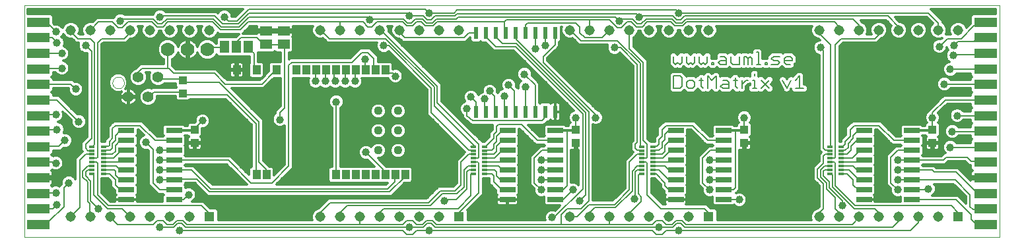
<source format=gtl>
G75*
G70*
%OFA0B0*%
%FSLAX24Y24*%
%IPPOS*%
%LPD*%
%AMOC8*
5,1,8,0,0,1.08239X$1,22.5*
%
%ADD10C,0.0000*%
%ADD11C,0.0070*%
%ADD12R,0.0394X0.0472*%
%ADD13C,0.0436*%
%ADD14R,0.0400X0.0390*%
%ADD15C,0.0554*%
%ADD16R,0.0515X0.0515*%
%ADD17C,0.0515*%
%ADD18R,0.0315X0.0126*%
%ADD19R,0.1181X0.0472*%
%ADD20R,0.0236X0.0630*%
%ADD21R,0.0800X0.0260*%
%ADD22R,0.0394X0.0394*%
%ADD23R,0.0591X0.0512*%
%ADD24C,0.0700*%
%ADD25R,0.0460X0.0630*%
%ADD26C,0.0120*%
%ADD27C,0.0397*%
%ADD28C,0.0140*%
D10*
X000615Y001764D02*
X000615Y013492D01*
X049846Y013492D01*
X049846Y001764D01*
X000615Y001764D01*
X005060Y009585D02*
X005062Y009619D01*
X005068Y009653D01*
X005078Y009686D01*
X005091Y009717D01*
X005109Y009747D01*
X005129Y009775D01*
X005153Y009800D01*
X005179Y009822D01*
X005207Y009840D01*
X005238Y009856D01*
X005270Y009868D01*
X005304Y009876D01*
X005338Y009880D01*
X005372Y009880D01*
X005406Y009876D01*
X005440Y009868D01*
X005472Y009856D01*
X005502Y009840D01*
X005531Y009822D01*
X005557Y009800D01*
X005581Y009775D01*
X005601Y009747D01*
X005619Y009717D01*
X005632Y009686D01*
X005642Y009653D01*
X005648Y009619D01*
X005650Y009585D01*
X005648Y009551D01*
X005642Y009517D01*
X005632Y009484D01*
X005619Y009453D01*
X005601Y009423D01*
X005581Y009395D01*
X005557Y009370D01*
X005531Y009348D01*
X005503Y009330D01*
X005472Y009314D01*
X005440Y009302D01*
X005406Y009294D01*
X005372Y009290D01*
X005338Y009290D01*
X005304Y009294D01*
X005270Y009302D01*
X005238Y009314D01*
X005207Y009330D01*
X005179Y009348D01*
X005153Y009370D01*
X005129Y009395D01*
X005109Y009423D01*
X005091Y009453D01*
X005078Y009484D01*
X005068Y009517D01*
X005062Y009551D01*
X005060Y009585D01*
D11*
X006365Y009864D02*
X006365Y010114D01*
X006565Y010314D01*
X007865Y010314D01*
X007865Y011264D01*
X009865Y011264D02*
X009965Y011364D01*
X010515Y011364D01*
X010565Y011414D01*
X010715Y011414D01*
X011315Y011414D02*
X011365Y011464D01*
X011365Y011664D01*
X011565Y011864D01*
X012365Y011864D01*
X012699Y011529D01*
X012749Y011529D01*
X012815Y011529D01*
X012765Y011514D02*
X013715Y011514D01*
X013765Y011514D01*
X013765Y008314D01*
X013515Y008064D01*
X013515Y007714D01*
X012465Y007614D02*
X012465Y005564D01*
X012815Y005214D01*
X012815Y004951D01*
X012835Y004931D01*
X012335Y004931D02*
X012315Y004951D01*
X012315Y007514D01*
X010865Y008964D01*
X008715Y008964D01*
X008649Y009029D01*
X008615Y009029D01*
X008530Y009114D01*
X007165Y009114D01*
X006915Y008864D01*
X006865Y008864D01*
X008630Y009698D02*
X008715Y009614D01*
X010465Y009614D01*
X012465Y007614D01*
X009615Y007664D02*
X009215Y007264D01*
X009215Y007198D01*
X008175Y006664D02*
X007215Y006664D01*
X006465Y007414D01*
X005215Y007414D01*
X005065Y007264D01*
X005065Y006764D01*
X004915Y006614D01*
X004915Y006414D01*
X004865Y006364D01*
X004624Y006364D01*
X004609Y006348D01*
X004621Y006164D02*
X004965Y006164D01*
X005065Y006264D01*
X005065Y006514D01*
X005215Y006664D01*
X005215Y006914D01*
X005465Y007164D01*
X005755Y007164D01*
X005755Y006664D02*
X005465Y006664D01*
X005215Y006414D01*
X005215Y006114D01*
X005065Y005964D01*
X004618Y005964D01*
X004609Y005954D01*
X004609Y006151D02*
X004621Y006164D01*
X004115Y006364D02*
X004115Y006414D01*
X004165Y006464D01*
X004165Y011614D01*
X003965Y011814D01*
X003315Y011814D01*
X002967Y012162D01*
X002967Y012247D01*
X002965Y012245D01*
X002215Y012164D02*
X001737Y012641D01*
X001305Y012641D01*
X001865Y011864D02*
X001765Y011764D01*
X001675Y011854D01*
X001305Y011854D01*
X001865Y011864D02*
X002015Y011864D01*
X002265Y011614D01*
X003715Y011464D02*
X004015Y011164D01*
X004015Y006764D01*
X003715Y006464D01*
X003715Y006264D01*
X003827Y006151D01*
X004018Y006151D01*
X004009Y005964D02*
X004018Y005954D01*
X004009Y005964D02*
X003715Y005964D01*
X003415Y005664D01*
X003415Y003264D01*
X002967Y002816D01*
X002967Y002799D01*
X002615Y003314D02*
X001865Y002564D01*
X001815Y002564D01*
X001656Y002405D01*
X001305Y002405D01*
X001305Y003192D02*
X001793Y003192D01*
X001815Y003214D01*
X002065Y003214D01*
X002265Y003414D01*
X002615Y003314D02*
X002615Y004264D01*
X002865Y004514D01*
X003565Y004814D02*
X003565Y005114D01*
X003815Y005364D01*
X004018Y005364D01*
X004018Y005561D02*
X004112Y005561D01*
X004115Y005564D01*
X004265Y005564D01*
X004315Y005514D01*
X004315Y003914D01*
X004865Y003364D01*
X009565Y003364D01*
X009915Y003014D01*
X009915Y002851D01*
X009967Y002799D01*
X008815Y002414D02*
X017565Y002414D01*
X017565Y002414D01*
X017565Y002799D01*
X017565Y002414D02*
X019715Y002414D01*
X019915Y002614D01*
X020215Y002614D01*
X020415Y002414D01*
X020715Y002414D01*
X020915Y002614D01*
X021215Y002614D01*
X021415Y002414D01*
X027715Y002414D01*
X027715Y002914D01*
X028015Y003214D01*
X028715Y003214D01*
X029115Y003614D01*
X029115Y008114D01*
X025465Y011764D01*
X025465Y011864D01*
X025415Y011914D01*
X025415Y012114D01*
X025915Y012114D02*
X025915Y012514D01*
X026015Y012614D01*
X028465Y012614D01*
X028665Y012414D01*
X028665Y012114D01*
X028915Y011864D01*
X029780Y011864D01*
X030164Y012247D01*
X030565Y012364D02*
X030765Y012364D01*
X031065Y012664D01*
X031265Y012664D01*
X031515Y012414D01*
X031815Y012414D01*
X032065Y012664D01*
X033265Y012664D01*
X033465Y012464D01*
X033865Y012464D01*
X034065Y012664D01*
X041515Y012664D01*
X041762Y012417D01*
X041762Y012247D01*
X041315Y011514D02*
X040765Y012064D01*
X040765Y012245D01*
X040762Y012247D01*
X041565Y011514D02*
X041865Y011814D01*
X043565Y011814D01*
X043765Y012014D01*
X043765Y012245D01*
X043762Y012247D01*
X044215Y012964D02*
X044762Y012417D01*
X044762Y012247D01*
X046265Y013114D02*
X046762Y012617D01*
X046762Y012247D01*
X047215Y011814D02*
X047915Y011814D01*
X048565Y012464D01*
X048665Y012464D01*
X048842Y012641D01*
X049140Y012641D01*
X046265Y013114D02*
X033665Y013114D01*
X033515Y013264D01*
X022465Y013264D01*
X022315Y013114D01*
X021065Y013114D01*
X020865Y013314D01*
X011965Y013314D01*
X011365Y012714D01*
X010915Y012714D01*
X010715Y012914D01*
X010615Y012564D02*
X010215Y012964D01*
X007515Y012964D01*
X007465Y012914D01*
X007415Y012914D01*
X007115Y012814D02*
X007365Y012564D01*
X007565Y012564D01*
X007815Y012814D01*
X010165Y012814D01*
X010565Y012414D01*
X011465Y012414D01*
X011965Y012914D01*
X017915Y012914D01*
X018065Y012764D01*
X018115Y012814D01*
X019765Y012814D01*
X019965Y012614D01*
X020165Y012614D01*
X020365Y012814D01*
X020715Y012814D01*
X020915Y012614D01*
X021215Y012614D01*
X021415Y012814D01*
X022415Y012814D01*
X022515Y012914D01*
X030465Y012914D01*
X030665Y012714D01*
X030765Y012814D01*
X031315Y012814D01*
X031565Y012564D01*
X031765Y012564D01*
X032015Y012814D01*
X033315Y012814D01*
X033515Y012614D01*
X033815Y012614D01*
X034015Y012814D01*
X042465Y012814D01*
X042762Y012517D01*
X042762Y012247D01*
X041565Y011514D02*
X041565Y005814D01*
X041515Y005764D01*
X041365Y005764D01*
X041359Y005757D01*
X041268Y005757D01*
X041268Y005561D02*
X041362Y005561D01*
X041365Y005564D01*
X041515Y005564D01*
X041565Y005514D01*
X041565Y004364D01*
X042565Y003364D01*
X047415Y003364D01*
X047765Y003014D01*
X047765Y002801D01*
X047762Y002799D01*
X048415Y002914D02*
X048415Y002664D01*
X048674Y002405D01*
X049140Y002405D01*
X048415Y002914D02*
X047665Y003664D01*
X045425Y003664D01*
X045425Y004164D02*
X046215Y004164D01*
X046265Y004214D01*
X045425Y004664D02*
X044715Y004664D01*
X044365Y004514D02*
X044715Y004164D01*
X044365Y004514D02*
X044365Y005814D01*
X044715Y006164D01*
X045425Y006164D01*
X045425Y006664D02*
X044515Y006664D01*
X043765Y007414D01*
X042515Y007414D01*
X042315Y007214D01*
X042315Y006864D01*
X042065Y006614D01*
X042065Y006464D01*
X041965Y006364D01*
X041874Y006364D01*
X041859Y006348D01*
X041871Y006164D02*
X042065Y006164D01*
X042215Y006314D01*
X042215Y006514D01*
X042465Y006764D01*
X042465Y006914D01*
X042715Y007164D01*
X043005Y007164D01*
X043005Y006664D02*
X042665Y006664D01*
X042365Y006364D01*
X042365Y006164D01*
X042165Y005964D01*
X041868Y005964D01*
X041859Y005954D01*
X041859Y006151D02*
X041871Y006164D01*
X041315Y006364D02*
X041315Y011514D01*
X040965Y011214D02*
X040815Y011364D01*
X040965Y011214D02*
X040965Y006264D01*
X041065Y006164D01*
X041165Y006164D01*
X041177Y006151D01*
X041268Y006151D01*
X041268Y005954D02*
X041174Y005954D01*
X041165Y005964D01*
X041065Y005964D01*
X040965Y005864D01*
X040965Y005514D01*
X040665Y005214D01*
X040665Y004764D01*
X040965Y004464D01*
X040965Y003214D01*
X040765Y003014D01*
X040765Y002801D01*
X040762Y002799D01*
X041565Y003214D02*
X041765Y003014D01*
X041765Y002801D01*
X041762Y002799D01*
X042415Y002414D02*
X042762Y002761D01*
X042762Y002799D01*
X042415Y002414D02*
X034015Y002414D01*
X033815Y002614D01*
X033515Y002614D01*
X033315Y002414D01*
X033015Y002414D01*
X032815Y002614D01*
X032515Y002614D01*
X032315Y002414D01*
X030165Y002414D01*
X030164Y002415D01*
X030164Y002799D01*
X030165Y002414D02*
X027715Y002414D01*
X027365Y002764D02*
X028815Y004214D01*
X028815Y008014D01*
X025415Y011414D01*
X024415Y011414D01*
X023915Y011914D01*
X023915Y012114D01*
X024415Y012114D02*
X024415Y011914D01*
X024765Y011564D01*
X025465Y011564D01*
X028965Y008064D01*
X028965Y003914D01*
X028665Y003614D01*
X029115Y003414D02*
X028515Y002814D01*
X028215Y002814D01*
X028165Y002800D01*
X028164Y002799D01*
X027365Y002764D02*
X027265Y002764D01*
X029164Y002799D02*
X029165Y002800D01*
X029165Y003014D01*
X029415Y003264D01*
X030465Y003264D01*
X031315Y004114D01*
X031315Y005114D01*
X031565Y005364D01*
X031768Y005364D01*
X031768Y005561D02*
X031862Y005561D01*
X031865Y005564D01*
X032015Y005564D01*
X032065Y005514D01*
X032065Y003914D01*
X032765Y003214D01*
X034965Y003214D01*
X035165Y003014D01*
X035165Y002800D01*
X035164Y002799D01*
X033965Y002264D02*
X044465Y002264D01*
X044765Y002564D01*
X044762Y002567D01*
X044762Y002799D01*
X045365Y002114D02*
X045765Y002514D01*
X045765Y002564D01*
X045762Y002567D01*
X045762Y002799D01*
X045365Y002114D02*
X033665Y002114D01*
X033015Y002114D01*
X032815Y001914D01*
X032515Y001914D01*
X032315Y002114D01*
X021065Y002114D01*
X020415Y002114D01*
X020215Y001914D01*
X019915Y001914D01*
X019715Y002114D01*
X008465Y002114D01*
X008765Y002264D02*
X020065Y002264D01*
X020765Y002264D01*
X020965Y002464D01*
X021165Y002464D01*
X021365Y002264D01*
X032665Y002264D01*
X033365Y002264D01*
X033565Y002464D01*
X033765Y002464D01*
X033965Y002264D01*
X031765Y003564D02*
X031165Y002964D01*
X031165Y002800D01*
X031164Y002799D01*
X030415Y003414D02*
X029115Y003414D01*
X030415Y003414D02*
X031165Y004164D01*
X031165Y005564D01*
X031565Y005964D01*
X031665Y005964D01*
X031674Y005954D01*
X031768Y005954D01*
X031768Y006151D02*
X031677Y006151D01*
X031665Y006164D01*
X031565Y006164D01*
X031465Y006264D01*
X031465Y006464D01*
X031565Y006564D01*
X031565Y010514D01*
X030715Y011364D01*
X030415Y011364D01*
X031165Y011314D02*
X031165Y012246D01*
X031164Y012247D01*
X030565Y012364D02*
X030165Y012764D01*
X029165Y012764D01*
X029164Y012763D01*
X029164Y012247D01*
X028715Y011714D02*
X028315Y012114D01*
X028297Y012114D01*
X028164Y012247D01*
X027415Y012114D02*
X027415Y011514D01*
X026815Y010914D01*
X026815Y010614D01*
X029465Y007964D01*
X029465Y007814D01*
X028465Y007814D02*
X028465Y007198D01*
X028015Y007164D02*
X028015Y004364D01*
X027815Y004164D01*
X027425Y004164D01*
X027815Y003664D02*
X028315Y004164D01*
X027425Y004664D02*
X026715Y004664D01*
X026365Y004514D02*
X026715Y004164D01*
X026365Y004514D02*
X026365Y005764D01*
X026765Y006164D01*
X027425Y006164D01*
X027425Y006664D02*
X026515Y006664D01*
X025715Y007464D01*
X024565Y007464D01*
X024465Y007364D01*
X024465Y007114D01*
X024315Y006964D01*
X024315Y006764D01*
X023915Y006364D01*
X023874Y006364D01*
X023859Y006348D01*
X023871Y006164D02*
X023859Y006151D01*
X023871Y006164D02*
X024215Y006164D01*
X024315Y006264D01*
X024315Y006464D01*
X024465Y006614D01*
X024465Y006864D01*
X024765Y007164D01*
X025005Y007164D01*
X023265Y007664D02*
X026765Y007664D01*
X026865Y007764D01*
X026865Y007864D01*
X026915Y007914D01*
X026915Y008114D01*
X026415Y008114D02*
X026415Y009464D01*
X025865Y010014D01*
X025915Y009364D02*
X025915Y008114D01*
X025415Y008114D02*
X025365Y008164D01*
X025365Y009164D01*
X025065Y009464D01*
X024365Y008914D02*
X024115Y009164D01*
X024365Y008914D02*
X024365Y008164D01*
X024415Y008114D01*
X024865Y008164D02*
X024865Y008914D01*
X023865Y008764D02*
X023865Y008164D01*
X023915Y008114D01*
X023415Y008114D02*
X023415Y008614D01*
X023165Y008864D01*
X021465Y008564D02*
X021465Y009414D01*
X018765Y012114D01*
X018699Y012114D01*
X018565Y012247D01*
X018165Y012414D02*
X018415Y012664D01*
X019715Y012664D01*
X019915Y012464D01*
X020215Y012464D01*
X020415Y012664D01*
X020665Y012664D01*
X020865Y012464D01*
X021265Y012464D01*
X021465Y012664D01*
X024865Y012664D01*
X024865Y012164D01*
X024915Y012114D01*
X026415Y012114D02*
X026415Y011314D01*
X026915Y011464D02*
X026915Y012114D01*
X027415Y012114D02*
X027415Y012064D01*
X028715Y011714D02*
X030565Y011714D01*
X031715Y010564D01*
X031715Y006364D01*
X031731Y006348D01*
X031768Y006348D01*
X032065Y006464D02*
X031865Y006664D01*
X031865Y010614D01*
X031165Y011314D01*
X033390Y010919D02*
X033390Y010603D01*
X033495Y010498D01*
X033600Y010603D01*
X033705Y010498D01*
X033810Y010603D01*
X033810Y010919D01*
X034034Y010919D02*
X034034Y010603D01*
X034139Y010498D01*
X034244Y010603D01*
X034350Y010498D01*
X034455Y010603D01*
X034455Y010919D01*
X034679Y010919D02*
X034679Y010603D01*
X034784Y010498D01*
X034889Y010603D01*
X034994Y010498D01*
X035099Y010603D01*
X035099Y010919D01*
X035646Y010603D02*
X035751Y010708D01*
X036066Y010708D01*
X036066Y010813D02*
X036066Y010498D01*
X035751Y010498D01*
X035646Y010603D01*
X035428Y010603D02*
X035428Y010498D01*
X035323Y010498D01*
X035323Y010603D01*
X035428Y010603D01*
X035751Y010919D02*
X035961Y010919D01*
X036066Y010813D01*
X036290Y010919D02*
X036290Y010603D01*
X036395Y010498D01*
X036711Y010498D01*
X036711Y010919D01*
X036935Y010919D02*
X037040Y010919D01*
X037145Y010813D01*
X037250Y010919D01*
X037355Y010813D01*
X037355Y010498D01*
X037145Y010498D02*
X037145Y010813D01*
X036935Y010919D02*
X036935Y010498D01*
X037579Y010498D02*
X037789Y010498D01*
X037684Y010498D02*
X037684Y011129D01*
X037579Y011129D01*
X038331Y010813D02*
X038436Y010919D01*
X038751Y010919D01*
X038646Y010708D02*
X038436Y010708D01*
X038331Y010813D01*
X038114Y010603D02*
X038009Y010603D01*
X038009Y010498D01*
X038114Y010498D01*
X038114Y010603D01*
X038331Y010498D02*
X038646Y010498D01*
X038751Y010603D01*
X038646Y010708D01*
X038976Y010708D02*
X039396Y010708D01*
X039396Y010813D01*
X039291Y010919D01*
X039081Y010919D01*
X038976Y010813D01*
X038976Y010603D01*
X039081Y010498D01*
X039291Y010498D01*
X039754Y009929D02*
X039754Y009299D01*
X039544Y009299D02*
X039965Y009299D01*
X039320Y009719D02*
X039110Y009299D01*
X038900Y009719D01*
X039544Y009719D02*
X039754Y009929D01*
X038224Y009719D02*
X037804Y009299D01*
X037585Y009299D02*
X037374Y009299D01*
X037479Y009299D02*
X037479Y009719D01*
X037374Y009719D01*
X037153Y009719D02*
X037047Y009719D01*
X036837Y009509D01*
X036837Y009299D02*
X036837Y009719D01*
X036618Y009719D02*
X036408Y009719D01*
X036513Y009824D02*
X036513Y009404D01*
X036618Y009299D01*
X036183Y009299D02*
X035868Y009299D01*
X035763Y009404D01*
X035868Y009509D01*
X036183Y009509D01*
X036183Y009614D02*
X036183Y009299D01*
X035539Y009299D02*
X035539Y009929D01*
X035329Y009719D01*
X035119Y009929D01*
X035119Y009299D01*
X034899Y009299D02*
X034794Y009404D01*
X034794Y009824D01*
X034689Y009719D02*
X034899Y009719D01*
X034465Y009614D02*
X034360Y009719D01*
X034149Y009719D01*
X034044Y009614D01*
X034044Y009404D01*
X034149Y009299D01*
X034360Y009299D01*
X034465Y009404D01*
X034465Y009614D01*
X033820Y009404D02*
X033820Y009824D01*
X033715Y009929D01*
X033400Y009929D01*
X033400Y009299D01*
X033715Y009299D01*
X033820Y009404D01*
X035868Y009719D02*
X036078Y009719D01*
X036183Y009614D01*
X037479Y009929D02*
X037479Y010034D01*
X037804Y009719D02*
X038224Y009299D01*
X036965Y007814D02*
X036965Y007198D01*
X036565Y007164D02*
X036515Y007114D01*
X036515Y004264D01*
X036415Y004164D01*
X035925Y004164D01*
X035215Y004164D02*
X034865Y004514D01*
X034865Y005764D01*
X035265Y006164D01*
X035925Y006164D01*
X035925Y006664D02*
X035115Y006664D01*
X034365Y007414D01*
X033015Y007414D01*
X032815Y007214D01*
X032815Y006864D01*
X032665Y006714D01*
X032665Y006464D01*
X032565Y006364D01*
X032374Y006364D01*
X032359Y006348D01*
X032371Y006164D02*
X032665Y006164D01*
X032815Y006314D01*
X032815Y006564D01*
X032965Y006714D01*
X032965Y006964D01*
X033165Y007164D01*
X033505Y007164D01*
X033505Y006664D02*
X033215Y006664D01*
X032965Y006414D01*
X032965Y006114D01*
X032815Y005964D01*
X032368Y005964D01*
X032359Y005954D01*
X032359Y006151D02*
X032371Y006164D01*
X032065Y006464D02*
X032065Y005814D01*
X032015Y005764D01*
X031865Y005764D01*
X031859Y005757D01*
X031768Y005757D01*
X032359Y005757D02*
X032365Y005764D01*
X032865Y005764D01*
X033265Y006164D01*
X033505Y006164D01*
X033505Y005664D02*
X033265Y005664D01*
X033165Y005564D01*
X032362Y005564D01*
X032359Y005561D01*
X032359Y005364D02*
X032965Y005364D01*
X033165Y005164D01*
X033505Y005164D01*
X033165Y004664D02*
X032665Y005164D01*
X032362Y005164D01*
X032359Y005167D01*
X032359Y004970D02*
X032365Y004964D01*
X032515Y004964D01*
X032965Y004514D01*
X032965Y004364D01*
X033165Y004164D01*
X033505Y004164D01*
X033505Y004664D02*
X033165Y004664D01*
X031768Y004970D02*
X031721Y004970D01*
X031665Y004964D01*
X031615Y004914D01*
X031615Y003964D01*
X031765Y003814D01*
X031765Y003564D01*
X031465Y003764D02*
X031415Y003714D01*
X031465Y003764D02*
X031465Y005064D01*
X031565Y005164D01*
X031665Y005164D01*
X031668Y005167D01*
X031768Y005167D01*
X035215Y005164D02*
X035925Y005164D01*
X035925Y004664D02*
X035215Y004664D01*
X035215Y005664D02*
X035925Y005664D01*
X040815Y005164D02*
X040815Y004814D01*
X041115Y004514D01*
X041115Y004214D01*
X041565Y003764D01*
X041565Y003214D01*
X041915Y003364D02*
X041915Y003614D01*
X041265Y004264D01*
X041265Y004564D01*
X040965Y004864D01*
X040965Y005114D01*
X041015Y005164D01*
X041165Y005164D01*
X041168Y005167D01*
X041268Y005167D01*
X041268Y004970D02*
X041359Y004970D01*
X041415Y004914D01*
X041415Y004314D01*
X042515Y003214D01*
X043565Y003214D01*
X043765Y003014D01*
X043765Y002801D01*
X043762Y002799D01*
X047615Y004664D02*
X048365Y003914D01*
X048365Y003314D01*
X048515Y003164D01*
X048815Y003164D01*
X048843Y003192D01*
X049140Y003192D01*
X049140Y003980D02*
X048849Y003980D01*
X048715Y004114D01*
X048615Y004114D01*
X047665Y005064D01*
X046565Y005064D01*
X046465Y005164D01*
X045425Y005164D01*
X044715Y005164D01*
X045425Y004664D02*
X047615Y004664D01*
X048415Y005614D02*
X048915Y005614D01*
X048974Y005554D01*
X049140Y005554D01*
X048415Y005614D02*
X048215Y005814D01*
X047165Y005814D01*
X047015Y005664D01*
X045425Y005664D01*
X044715Y005664D01*
X043005Y005664D02*
X042715Y005664D01*
X042615Y005564D01*
X041862Y005564D01*
X041859Y005561D01*
X041859Y005757D02*
X041865Y005764D01*
X042415Y005764D01*
X042815Y006164D01*
X043005Y006164D01*
X041315Y006364D02*
X041299Y006348D01*
X041268Y006348D01*
X041268Y005364D02*
X041015Y005364D01*
X040815Y005164D01*
X041859Y005167D02*
X041862Y005164D01*
X042265Y005164D01*
X042765Y004664D01*
X043005Y004664D01*
X042465Y004664D02*
X042465Y004414D01*
X042715Y004164D01*
X043005Y004164D01*
X042465Y004664D02*
X042165Y004964D01*
X041865Y004964D01*
X041859Y004970D01*
X042465Y005364D02*
X042665Y005164D01*
X043005Y005164D01*
X042465Y005364D02*
X041859Y005364D01*
X047365Y006314D02*
X048665Y006314D01*
X048693Y006342D01*
X049140Y006342D01*
X048815Y007114D02*
X047465Y007114D01*
X046465Y007164D02*
X046465Y007814D01*
X046465Y008064D01*
X047115Y008714D01*
X049130Y008714D01*
X049140Y008704D01*
X049140Y007917D02*
X048918Y007917D01*
X048915Y007914D01*
X047715Y007914D01*
X048815Y007114D02*
X048830Y007129D01*
X049140Y007129D01*
X049140Y009491D02*
X048887Y009491D01*
X048865Y009514D01*
X047065Y009514D01*
X047365Y010264D02*
X048765Y010264D01*
X048780Y010279D01*
X049140Y010279D01*
X047565Y011014D02*
X047515Y010964D01*
X047565Y011014D02*
X048715Y011014D01*
X048767Y011066D01*
X049140Y011066D01*
X047765Y011664D02*
X047565Y011464D01*
X047765Y011664D02*
X048565Y011664D01*
X048755Y011854D01*
X049140Y011854D01*
X047215Y011814D02*
X046815Y011414D01*
X044215Y012964D02*
X033965Y012964D01*
X033765Y012764D01*
X033565Y012764D01*
X033365Y012964D01*
X031715Y012964D01*
X031665Y012914D01*
X031515Y013064D01*
X022465Y013064D01*
X022365Y012964D01*
X021365Y012964D01*
X021165Y012764D01*
X020965Y012764D01*
X020765Y012964D01*
X020065Y012964D01*
X019915Y013114D01*
X011965Y013114D01*
X011415Y012564D01*
X010615Y012564D01*
X010515Y012264D02*
X010115Y012664D01*
X007865Y012664D01*
X007615Y012414D01*
X007315Y012414D01*
X007065Y012664D01*
X005865Y012664D01*
X005565Y012364D01*
X005365Y012364D01*
X005065Y012664D01*
X004365Y012664D01*
X003965Y012249D01*
X003967Y012247D01*
X004515Y011814D02*
X005665Y011814D01*
X005967Y012116D01*
X005967Y012247D01*
X005465Y012714D02*
X005415Y012714D01*
X005465Y012714D02*
X005565Y012814D01*
X007115Y012814D01*
X010515Y012264D02*
X011515Y012264D01*
X011915Y012664D01*
X016565Y012664D01*
X016565Y012663D01*
X016565Y012247D01*
X016015Y011814D02*
X015581Y012247D01*
X015565Y012247D01*
X016015Y011814D02*
X018865Y011814D01*
X021315Y009364D01*
X021315Y008414D01*
X023365Y006364D01*
X023165Y006364D01*
X023181Y006348D01*
X023268Y006348D01*
X023268Y006151D02*
X023177Y006151D01*
X023165Y006164D01*
X023065Y006164D01*
X021165Y008064D01*
X021165Y009314D01*
X019015Y011464D01*
X018765Y011464D01*
X018265Y010814D02*
X017965Y011114D01*
X017665Y011114D01*
X017165Y010614D01*
X014115Y010614D01*
X013965Y010464D01*
X013965Y005364D01*
X013115Y004514D01*
X012065Y004514D01*
X010915Y005664D01*
X008175Y005664D01*
X007465Y005664D01*
X007465Y006164D02*
X008175Y006164D01*
X007115Y006214D02*
X006765Y006564D01*
X007115Y006214D02*
X007115Y004514D01*
X007465Y004164D01*
X008175Y004164D01*
X008665Y003664D02*
X008915Y003914D01*
X008665Y003664D02*
X008175Y003664D01*
X009315Y004714D02*
X009965Y004064D01*
X019065Y004064D01*
X019835Y004834D01*
X019835Y004931D01*
X019335Y004931D02*
X019315Y004911D01*
X019315Y004564D01*
X018965Y004214D01*
X010015Y004214D01*
X009065Y005164D01*
X008175Y005164D01*
X007465Y005164D01*
X007465Y004664D02*
X008175Y004664D01*
X008225Y004714D01*
X009315Y004714D01*
X005755Y004664D02*
X005465Y004664D01*
X005215Y004914D01*
X005215Y005114D01*
X005165Y005164D01*
X004612Y005164D01*
X004609Y005167D01*
X004609Y004970D02*
X004615Y004964D01*
X004915Y004964D01*
X005215Y004664D01*
X005215Y004414D01*
X005465Y004164D01*
X005755Y004164D01*
X004815Y003214D02*
X004115Y003914D01*
X004115Y004970D01*
X004018Y004970D01*
X004018Y005167D02*
X003918Y005167D01*
X003915Y005164D01*
X003815Y005164D01*
X003715Y005064D01*
X003715Y004864D01*
X003965Y004614D01*
X003965Y003614D01*
X004365Y003214D01*
X004815Y003214D02*
X005552Y003214D01*
X005967Y002799D01*
X005315Y002414D02*
X004965Y002764D01*
X004967Y002766D01*
X004967Y002799D01*
X005315Y002414D02*
X007115Y002414D01*
X007315Y002614D01*
X007615Y002614D01*
X007815Y002414D01*
X008115Y002414D01*
X008315Y002614D01*
X008615Y002614D01*
X008815Y002414D01*
X008765Y002264D02*
X008565Y002464D01*
X008365Y002464D01*
X008165Y002264D01*
X007465Y002264D01*
X003967Y002799D02*
X003967Y002912D01*
X003915Y002964D01*
X003915Y003464D01*
X003815Y003564D01*
X003815Y004564D01*
X003565Y004814D01*
X005265Y005364D02*
X005465Y005164D01*
X005755Y005164D01*
X005265Y005364D02*
X004609Y005364D01*
X004609Y005561D02*
X004612Y005564D01*
X005365Y005564D01*
X005465Y005664D01*
X005755Y005664D01*
X005515Y006164D02*
X005115Y005764D01*
X004615Y005764D01*
X004609Y005757D01*
X004315Y005814D02*
X004315Y011614D01*
X004515Y011814D01*
X002515Y011064D02*
X001815Y011064D01*
X001812Y011066D01*
X001305Y011066D01*
X001305Y010279D02*
X001580Y010279D01*
X001615Y010314D01*
X002515Y010314D01*
X002965Y009514D02*
X001715Y009514D01*
X001693Y009491D01*
X001305Y009491D01*
X002965Y009514D02*
X003215Y009264D01*
X002265Y008714D02*
X001315Y008714D01*
X001305Y008704D01*
X002265Y008714D02*
X003365Y007614D01*
X002215Y007964D02*
X001365Y007964D01*
X001315Y007914D01*
X001312Y007917D01*
X001305Y007917D01*
X001305Y007129D02*
X001680Y007129D01*
X001765Y007214D01*
X002265Y007214D01*
X002665Y006664D02*
X002365Y006364D01*
X001865Y006364D01*
X001843Y006342D01*
X001305Y006342D01*
X001305Y005554D02*
X001706Y005554D01*
X001715Y005564D01*
X002165Y005564D01*
X002215Y005514D01*
X004018Y005757D02*
X004109Y005757D01*
X004115Y005764D01*
X004265Y005764D01*
X004315Y005814D01*
X005515Y006164D02*
X005755Y006164D01*
X004115Y006364D02*
X004099Y006348D01*
X004018Y006348D01*
X002215Y004014D02*
X001615Y004014D01*
X001581Y003980D01*
X001305Y003980D01*
X015565Y003014D02*
X015565Y002799D01*
X015565Y002799D01*
X015565Y003014D02*
X016065Y003514D01*
X021015Y003514D01*
X021615Y004114D01*
X022365Y004114D01*
X022665Y004414D01*
X022665Y005564D01*
X023065Y005964D01*
X023165Y005964D01*
X023174Y005954D01*
X023268Y005954D01*
X023515Y005764D02*
X023565Y005814D01*
X023565Y006464D01*
X021465Y008564D01*
X022965Y008264D02*
X022965Y007914D01*
X023265Y007664D01*
X024865Y008164D02*
X024915Y008114D01*
X025005Y006664D02*
X024765Y006664D01*
X024465Y006364D01*
X024465Y006114D01*
X024315Y005964D01*
X023868Y005964D01*
X023859Y005954D01*
X024365Y005764D02*
X024765Y006164D01*
X025005Y006164D01*
X025005Y005664D02*
X024865Y005664D01*
X024765Y005564D01*
X023862Y005564D01*
X023859Y005561D01*
X023859Y005757D02*
X023865Y005764D01*
X024365Y005764D01*
X023565Y005514D02*
X023565Y004014D01*
X022565Y003014D01*
X022565Y002799D01*
X022565Y002799D01*
X022515Y003214D02*
X018765Y003214D01*
X018565Y003014D01*
X018565Y002799D01*
X018565Y002799D01*
X016915Y003364D02*
X016565Y003014D01*
X016565Y002799D01*
X016565Y002799D01*
X016915Y003364D02*
X021115Y003364D01*
X021715Y003964D01*
X022465Y003964D01*
X022815Y004314D01*
X022815Y005164D01*
X023015Y005364D01*
X023268Y005364D01*
X023268Y005561D02*
X023362Y005561D01*
X023365Y005564D01*
X023515Y005564D01*
X023565Y005514D01*
X023515Y005764D02*
X023365Y005764D01*
X023359Y005757D01*
X023268Y005757D01*
X023859Y005364D02*
X024565Y005364D01*
X024765Y005164D01*
X025005Y005164D01*
X024465Y005064D02*
X024465Y004864D01*
X024665Y004664D01*
X025005Y004664D01*
X024715Y004164D02*
X024315Y004564D01*
X024315Y004864D01*
X024215Y004964D01*
X023865Y004964D01*
X023859Y004970D01*
X023862Y005164D02*
X023859Y005167D01*
X023862Y005164D02*
X024365Y005164D01*
X024465Y005064D01*
X023268Y004970D02*
X023171Y004970D01*
X023165Y004964D01*
X023165Y003864D01*
X022515Y003214D01*
X022415Y003664D02*
X021865Y003664D01*
X021815Y003614D01*
X022415Y003664D02*
X022965Y004214D01*
X022965Y005064D01*
X023065Y005164D01*
X023165Y005164D01*
X023168Y005167D01*
X023268Y005167D01*
X024715Y004164D02*
X025005Y004164D01*
X027425Y003664D02*
X027815Y003664D01*
X027425Y005164D02*
X026715Y005164D01*
X026715Y005664D02*
X027425Y005664D01*
X035925Y003664D02*
X036715Y003664D01*
X018835Y004931D02*
X018835Y004994D01*
X018715Y005114D01*
X018715Y005214D01*
X017865Y006064D01*
X016365Y004961D02*
X016335Y004931D01*
X016365Y004961D02*
X016365Y008614D01*
X016315Y009664D02*
X016265Y009714D01*
X016265Y010014D01*
X016335Y010084D01*
X016335Y010231D01*
X016835Y010231D02*
X016835Y010034D01*
X016815Y010014D01*
X016815Y009664D01*
X017315Y009664D02*
X017315Y010014D01*
X017335Y010034D01*
X017335Y010231D01*
X017835Y010231D02*
X017835Y010444D01*
X017815Y010464D01*
X017815Y010764D01*
X018265Y010814D02*
X018265Y010414D01*
X018335Y010344D01*
X018335Y010231D01*
X018835Y010231D02*
X018835Y010194D01*
X018965Y010064D01*
X019202Y010064D01*
X019352Y009914D01*
X015835Y010034D02*
X015835Y010231D01*
X015335Y010231D02*
X015335Y010034D01*
X015315Y010014D01*
X015315Y009664D01*
X015815Y009664D02*
X015815Y010014D01*
X015835Y010034D01*
X013335Y010184D02*
X013215Y010064D01*
X013165Y010064D01*
X012615Y009514D01*
X010765Y009514D01*
X010215Y010064D01*
X008165Y010064D01*
X007915Y010314D01*
X007865Y010314D01*
X007365Y009864D02*
X007465Y009764D01*
X008549Y009764D01*
X008615Y009698D01*
X008630Y009698D01*
X012215Y010414D02*
X012335Y010294D01*
X012335Y010231D01*
X012215Y010414D02*
X012215Y011064D01*
X012065Y011214D01*
X012065Y011264D01*
X011915Y011414D01*
X012749Y011529D02*
X012765Y011514D01*
X013715Y011514D02*
X013715Y011529D01*
X013335Y010231D02*
X013335Y010184D01*
X019615Y012064D02*
X019615Y012198D01*
X019565Y012247D01*
X019615Y012064D02*
X019815Y011864D01*
X022815Y011864D01*
X023065Y012114D01*
X023415Y012114D01*
X024865Y012664D02*
X024965Y012764D01*
X029165Y012764D01*
X018165Y012414D02*
X017965Y012414D01*
X017715Y012664D01*
X016565Y012664D01*
D12*
X016335Y010231D03*
X016835Y010231D03*
X017335Y010231D03*
X017835Y010231D03*
X018335Y010231D03*
X018835Y010231D03*
X015835Y010231D03*
X015335Y010231D03*
X014835Y010231D03*
X014335Y010231D03*
X013335Y010231D03*
X012335Y010231D03*
X011335Y010231D03*
X012335Y004931D03*
X012835Y004931D03*
X016335Y004931D03*
X016835Y004931D03*
X017335Y004931D03*
X017835Y004931D03*
X018335Y004931D03*
X018835Y004931D03*
X019335Y004931D03*
X019835Y004931D03*
D13*
X019485Y006154D03*
X018485Y006154D03*
X018485Y007154D03*
X019485Y007154D03*
X019485Y008154D03*
X018485Y008154D03*
D14*
X008615Y009029D03*
X008615Y009698D03*
D15*
X007365Y009864D03*
X006365Y009864D03*
X006865Y008864D03*
X005865Y008864D03*
D16*
X009967Y002799D03*
X022565Y002799D03*
X035164Y002799D03*
X047762Y002799D03*
D17*
X046762Y002799D03*
X045762Y002799D03*
X044762Y002799D03*
X043762Y002799D03*
X042762Y002799D03*
X041762Y002799D03*
X040762Y002799D03*
X034164Y002799D03*
X033164Y002799D03*
X032164Y002799D03*
X031164Y002799D03*
X030164Y002799D03*
X029164Y002799D03*
X028164Y002799D03*
X021565Y002799D03*
X020565Y002799D03*
X019565Y002799D03*
X018565Y002799D03*
X017565Y002799D03*
X016565Y002799D03*
X015565Y002799D03*
X008967Y002799D03*
X007967Y002799D03*
X006967Y002799D03*
X005967Y002799D03*
X004967Y002799D03*
X003967Y002799D03*
X002967Y002799D03*
X002967Y012247D03*
X003967Y012247D03*
X004967Y012247D03*
X005967Y012247D03*
X006967Y012247D03*
X007967Y012247D03*
X008967Y012247D03*
X009967Y012247D03*
X015565Y012247D03*
X016565Y012247D03*
X017565Y012247D03*
X018565Y012247D03*
X019565Y012247D03*
X020565Y012247D03*
X021565Y012247D03*
X022565Y012247D03*
X028164Y012247D03*
X029164Y012247D03*
X030164Y012247D03*
X031164Y012247D03*
X032164Y012247D03*
X033164Y012247D03*
X034164Y012247D03*
X035164Y012247D03*
X040762Y012247D03*
X041762Y012247D03*
X042762Y012247D03*
X043762Y012247D03*
X044762Y012247D03*
X045762Y012247D03*
X046762Y012247D03*
X047762Y012247D03*
D18*
X041859Y006348D03*
X041859Y006151D03*
X041859Y005954D03*
X041268Y005954D03*
X041268Y006151D03*
X041268Y006348D03*
X041268Y005757D03*
X041268Y005561D03*
X041268Y005364D03*
X041859Y005364D03*
X041859Y005561D03*
X041859Y005757D03*
X041859Y005167D03*
X041859Y004970D03*
X041268Y004970D03*
X041268Y005167D03*
X032359Y005167D03*
X032359Y004970D03*
X031768Y004970D03*
X031768Y005167D03*
X031768Y005364D03*
X031768Y005561D03*
X031768Y005757D03*
X032359Y005757D03*
X032359Y005561D03*
X032359Y005364D03*
X032359Y005954D03*
X032359Y006151D03*
X032359Y006348D03*
X031768Y006348D03*
X031768Y006151D03*
X031768Y005954D03*
X023859Y005954D03*
X023859Y006151D03*
X023859Y006348D03*
X023268Y006348D03*
X023268Y006151D03*
X023268Y005954D03*
X023268Y005757D03*
X023268Y005561D03*
X023268Y005364D03*
X023859Y005364D03*
X023859Y005561D03*
X023859Y005757D03*
X023859Y005167D03*
X023859Y004970D03*
X023268Y004970D03*
X023268Y005167D03*
X004609Y005167D03*
X004609Y004970D03*
X004018Y004970D03*
X004018Y005167D03*
X004018Y005364D03*
X004018Y005561D03*
X004018Y005757D03*
X004018Y005954D03*
X004018Y006151D03*
X004018Y006348D03*
X004609Y006348D03*
X004609Y006151D03*
X004609Y005954D03*
X004609Y005757D03*
X004609Y005561D03*
X004609Y005364D03*
D19*
X001305Y005554D03*
X001305Y004767D03*
X001305Y003980D03*
X001305Y003192D03*
X001305Y002405D03*
X001305Y006342D03*
X001305Y007129D03*
X001305Y007917D03*
X001305Y008704D03*
X001305Y009491D03*
X001305Y010279D03*
X001305Y011066D03*
X001305Y011854D03*
X001305Y012641D03*
X049140Y012641D03*
X049140Y011854D03*
X049140Y011066D03*
X049140Y010279D03*
X049140Y009491D03*
X049140Y008704D03*
X049140Y007917D03*
X049140Y007129D03*
X049140Y006342D03*
X049140Y005554D03*
X049140Y004767D03*
X049140Y003980D03*
X049140Y003192D03*
X049140Y002405D03*
D20*
X027415Y008114D03*
X026915Y008114D03*
X026415Y008114D03*
X025915Y008114D03*
X025415Y008114D03*
X024915Y008114D03*
X024415Y008114D03*
X023915Y008114D03*
X023415Y008114D03*
X023415Y012114D03*
X023915Y012114D03*
X024415Y012114D03*
X024915Y012114D03*
X025415Y012114D03*
X025915Y012114D03*
X026415Y012114D03*
X026915Y012114D03*
X027415Y012114D03*
D21*
X027425Y007164D03*
X027425Y006664D03*
X027425Y006164D03*
X027425Y005664D03*
X027425Y005164D03*
X027425Y004664D03*
X027425Y004164D03*
X027425Y003664D03*
X025005Y003664D03*
X025005Y004164D03*
X025005Y004664D03*
X025005Y005164D03*
X025005Y005664D03*
X025005Y006164D03*
X025005Y006664D03*
X025005Y007164D03*
X033505Y007164D03*
X033505Y006664D03*
X033505Y006164D03*
X033505Y005664D03*
X033505Y005164D03*
X033505Y004664D03*
X033505Y004164D03*
X033505Y003664D03*
X035925Y003664D03*
X035925Y004164D03*
X035925Y004664D03*
X035925Y005164D03*
X035925Y005664D03*
X035925Y006164D03*
X035925Y006664D03*
X035925Y007164D03*
X043005Y007164D03*
X043005Y006664D03*
X043005Y006164D03*
X043005Y005664D03*
X043005Y005164D03*
X043005Y004664D03*
X043005Y004164D03*
X043005Y003664D03*
X045425Y003664D03*
X045425Y004164D03*
X045425Y004664D03*
X045425Y005164D03*
X045425Y005664D03*
X045425Y006164D03*
X045425Y006664D03*
X045425Y007164D03*
X008175Y007164D03*
X008175Y006664D03*
X008175Y006164D03*
X008175Y005664D03*
X008175Y005164D03*
X008175Y004664D03*
X008175Y004164D03*
X008175Y003664D03*
X005755Y003664D03*
X005755Y004164D03*
X005755Y004664D03*
X005755Y005164D03*
X005755Y005664D03*
X005755Y006164D03*
X005755Y006664D03*
X005755Y007164D03*
D22*
X009215Y007198D03*
X009215Y006529D03*
X028465Y006529D03*
X028465Y007198D03*
X036965Y007198D03*
X036965Y006529D03*
X046465Y006529D03*
X046465Y007198D03*
D23*
X013715Y011529D03*
X012815Y011529D03*
X012815Y012198D03*
X013715Y012198D03*
D24*
X009865Y011264D03*
X008865Y011264D03*
X007865Y011264D03*
D25*
X010715Y011414D03*
X011315Y011414D03*
X011915Y011414D03*
D26*
X012430Y011108D02*
X012445Y011093D01*
X013185Y011093D01*
X013265Y011173D01*
X013345Y011093D01*
X013550Y011093D01*
X013550Y010647D01*
X013063Y010647D01*
X012958Y010542D01*
X012958Y010161D01*
X012526Y009729D01*
X010854Y009729D01*
X010430Y010153D01*
X010304Y010279D01*
X008254Y010279D01*
X008130Y010403D01*
X008080Y010453D01*
X008080Y010779D01*
X008165Y010814D01*
X008314Y010964D01*
X008377Y011115D01*
X008392Y011068D01*
X008429Y010996D01*
X008476Y010932D01*
X008533Y010875D01*
X008597Y010828D01*
X008669Y010791D01*
X008745Y010766D01*
X008825Y010754D01*
X008826Y010754D01*
X008826Y011225D01*
X008903Y011225D01*
X008903Y010754D01*
X008905Y010754D01*
X008984Y010766D01*
X009061Y010791D01*
X009132Y010828D01*
X009197Y010875D01*
X009254Y010932D01*
X009301Y010996D01*
X009337Y011068D01*
X009353Y011115D01*
X009415Y010964D01*
X009565Y010814D01*
X009759Y010734D01*
X009970Y010734D01*
X010165Y010814D01*
X010314Y010964D01*
X010329Y011000D01*
X010410Y010919D01*
X011019Y010919D01*
X011619Y010919D01*
X012000Y010919D01*
X012000Y010584D01*
X011958Y010542D01*
X011958Y009920D01*
X012063Y009815D01*
X012606Y009815D01*
X012712Y009920D01*
X012712Y010542D01*
X012606Y010647D01*
X012430Y010647D01*
X012430Y011108D01*
X012430Y011010D02*
X013550Y011010D01*
X013550Y010892D02*
X012430Y010892D01*
X012430Y010773D02*
X013550Y010773D01*
X013550Y010655D02*
X012430Y010655D01*
X012712Y010536D02*
X012958Y010536D01*
X012958Y010417D02*
X012712Y010417D01*
X012712Y010299D02*
X012958Y010299D01*
X012958Y010180D02*
X012712Y010180D01*
X012712Y010062D02*
X012859Y010062D01*
X012740Y009943D02*
X012712Y009943D01*
X012622Y009825D02*
X012616Y009825D01*
X013111Y009706D02*
X013550Y009706D01*
X013550Y009815D02*
X013550Y008403D01*
X013300Y008153D01*
X013300Y008034D01*
X013194Y007928D01*
X012455Y007928D01*
X012554Y007829D02*
X011084Y009299D01*
X012704Y009299D01*
X012830Y009425D01*
X013220Y009815D01*
X013550Y009815D01*
X014180Y009815D02*
X014606Y009815D01*
X014968Y009815D01*
X014936Y009739D01*
X014936Y009588D01*
X014994Y009449D01*
X015100Y009343D01*
X015239Y009285D01*
X015390Y009285D01*
X015529Y009343D01*
X015565Y009379D01*
X015600Y009343D01*
X015739Y009285D01*
X015890Y009285D01*
X016029Y009343D01*
X016065Y009379D01*
X016100Y009343D01*
X016239Y009285D01*
X016390Y009285D01*
X016529Y009343D01*
X016565Y009379D01*
X016600Y009343D01*
X016739Y009285D01*
X016890Y009285D01*
X017029Y009343D01*
X017065Y009379D01*
X017100Y009343D01*
X017239Y009285D01*
X017390Y009285D01*
X017529Y009343D01*
X017636Y009449D01*
X017693Y009588D01*
X019151Y009588D01*
X019138Y009593D02*
X019277Y009535D01*
X019428Y009535D01*
X019567Y009593D01*
X019673Y009699D01*
X019731Y009838D01*
X019731Y009989D01*
X019673Y010128D01*
X019567Y010235D01*
X019428Y010292D01*
X019277Y010292D01*
X019245Y010279D01*
X019212Y010279D01*
X019212Y010542D01*
X019106Y010647D01*
X018606Y010647D01*
X018480Y010647D01*
X018480Y010725D01*
X018480Y010903D01*
X018180Y011203D01*
X018054Y011329D01*
X017576Y011329D01*
X017450Y011203D01*
X017076Y010829D01*
X014204Y010829D01*
X014026Y010829D01*
X013980Y010783D01*
X013980Y011093D01*
X014085Y011093D01*
X014190Y011199D01*
X014190Y011860D01*
X014161Y011888D01*
X014170Y011921D01*
X014170Y012138D01*
X013775Y012138D01*
X013775Y012258D01*
X014170Y012258D01*
X014170Y012449D01*
X015175Y012449D01*
X015128Y012334D01*
X015128Y012160D01*
X015194Y012000D01*
X015317Y011877D01*
X015478Y011810D01*
X015652Y011810D01*
X015696Y011828D01*
X015926Y011599D01*
X016104Y011599D01*
X018411Y011599D01*
X018386Y011539D01*
X018386Y011388D01*
X018444Y011249D01*
X018550Y011143D01*
X018689Y011085D01*
X018840Y011085D01*
X018979Y011143D01*
X019005Y011169D01*
X020950Y009225D01*
X020950Y007975D01*
X021076Y007849D01*
X022861Y006064D01*
X022576Y005779D01*
X022450Y005653D01*
X022450Y004503D01*
X022276Y004329D01*
X021704Y004329D01*
X021526Y004329D01*
X020926Y003729D01*
X016154Y003729D01*
X015976Y003729D01*
X015483Y003236D01*
X015478Y003236D01*
X015317Y003169D01*
X015194Y003046D01*
X015128Y002886D01*
X015128Y002712D01*
X010404Y002712D01*
X010404Y002629D02*
X010404Y003131D01*
X010299Y003236D01*
X009997Y003236D01*
X009654Y003579D01*
X009476Y003579D01*
X009095Y003579D01*
X009129Y003593D01*
X009236Y003699D01*
X009293Y003838D01*
X009293Y003989D01*
X009236Y004128D01*
X009129Y004235D01*
X008990Y004292D01*
X008839Y004292D01*
X008755Y004257D01*
X008755Y004368D01*
X008709Y004414D01*
X008755Y004459D01*
X008755Y004499D01*
X009226Y004499D01*
X009876Y003849D01*
X010054Y003849D01*
X019154Y003849D01*
X019280Y003975D01*
X019820Y004515D01*
X020106Y004515D01*
X020212Y004620D01*
X020212Y005242D01*
X020106Y005347D01*
X019606Y005347D01*
X019106Y005347D01*
X018885Y005347D01*
X018477Y005756D01*
X018564Y005756D01*
X018710Y005816D01*
X018822Y005928D01*
X018883Y006075D01*
X018883Y006233D01*
X018822Y006379D01*
X018710Y006491D01*
X018564Y006552D01*
X018406Y006552D01*
X018259Y006491D01*
X018147Y006379D01*
X018129Y006335D01*
X018079Y006385D01*
X017940Y006442D01*
X017789Y006442D01*
X017650Y006385D01*
X017544Y006278D01*
X017486Y006139D01*
X017486Y005988D01*
X017544Y005849D01*
X017650Y005743D01*
X017789Y005685D01*
X017939Y005685D01*
X018277Y005347D01*
X018106Y005347D01*
X017606Y005347D01*
X017106Y005347D01*
X016606Y005347D01*
X016580Y005347D01*
X016580Y008294D01*
X016686Y008399D01*
X016743Y008538D01*
X016743Y008689D01*
X016686Y008828D01*
X016579Y008935D01*
X016440Y008992D01*
X016289Y008992D01*
X016150Y008935D01*
X016044Y008828D01*
X015986Y008689D01*
X015986Y008538D01*
X016044Y008399D01*
X016150Y008294D01*
X016150Y005347D01*
X016063Y005347D01*
X015958Y005242D01*
X015958Y004620D01*
X016063Y004515D01*
X016606Y004515D01*
X017106Y004515D01*
X017606Y004515D01*
X018106Y004515D01*
X018606Y004515D01*
X018962Y004515D01*
X018876Y004429D01*
X013334Y004429D01*
X014054Y005149D01*
X014180Y005275D01*
X014180Y009815D01*
X014180Y009706D02*
X014936Y009706D01*
X014937Y009588D02*
X014180Y009588D01*
X014180Y009469D02*
X014986Y009469D01*
X015093Y009351D02*
X014180Y009351D01*
X014180Y009232D02*
X020942Y009232D01*
X020950Y009113D02*
X014180Y009113D01*
X014180Y008995D02*
X020950Y008995D01*
X020950Y008876D02*
X016637Y008876D01*
X016715Y008758D02*
X020950Y008758D01*
X020950Y008639D02*
X016743Y008639D01*
X016736Y008521D02*
X018331Y008521D01*
X018259Y008491D02*
X018406Y008552D01*
X018564Y008552D01*
X018710Y008491D01*
X018822Y008379D01*
X018883Y008233D01*
X018883Y008075D01*
X018822Y007928D01*
X019148Y007928D01*
X019147Y007928D02*
X019259Y007816D01*
X019406Y007756D01*
X019564Y007756D01*
X019710Y007816D01*
X019822Y007928D01*
X020996Y007928D01*
X020950Y008047D02*
X019871Y008047D01*
X019883Y008075D02*
X019822Y007928D01*
X019883Y008075D02*
X019883Y008233D01*
X019822Y008379D01*
X019710Y008491D01*
X019564Y008552D01*
X019406Y008552D01*
X019259Y008491D01*
X019147Y008379D01*
X019087Y008233D01*
X019087Y008075D01*
X019147Y007928D01*
X019098Y008047D02*
X018871Y008047D01*
X018883Y008165D02*
X019087Y008165D01*
X019108Y008284D02*
X018862Y008284D01*
X018799Y008402D02*
X019170Y008402D01*
X019331Y008521D02*
X018639Y008521D01*
X018259Y008491D02*
X018147Y008379D01*
X018087Y008233D01*
X018087Y008075D01*
X018147Y007928D01*
X018259Y007816D01*
X018406Y007756D01*
X018564Y007756D01*
X018710Y007816D01*
X018822Y007928D01*
X018694Y007809D02*
X019276Y007809D01*
X019694Y007809D02*
X021115Y007809D01*
X021234Y007691D02*
X016580Y007691D01*
X016580Y007809D02*
X018276Y007809D01*
X018148Y007928D02*
X016580Y007928D01*
X016580Y008047D02*
X018098Y008047D01*
X018087Y008165D02*
X016580Y008165D01*
X016580Y008284D02*
X018108Y008284D01*
X018170Y008402D02*
X016687Y008402D01*
X016150Y008284D02*
X014180Y008284D01*
X014180Y008402D02*
X016043Y008402D01*
X015994Y008521D02*
X014180Y008521D01*
X014180Y008639D02*
X015986Y008639D01*
X016015Y008758D02*
X014180Y008758D01*
X014180Y008876D02*
X016092Y008876D01*
X016093Y009351D02*
X016037Y009351D01*
X015593Y009351D02*
X015537Y009351D01*
X016537Y009351D02*
X016593Y009351D01*
X017037Y009351D02*
X017093Y009351D01*
X017537Y009351D02*
X020824Y009351D01*
X020705Y009469D02*
X017644Y009469D01*
X017693Y009588D02*
X017693Y009739D01*
X017662Y009815D01*
X018106Y009815D01*
X018606Y009815D01*
X018984Y009815D01*
X019031Y009699D01*
X019138Y009593D01*
X019029Y009706D02*
X017693Y009706D01*
X019212Y010299D02*
X019876Y010299D01*
X019994Y010180D02*
X019621Y010180D01*
X019701Y010062D02*
X020113Y010062D01*
X020231Y009943D02*
X019731Y009943D01*
X019725Y009825D02*
X020350Y009825D01*
X020468Y009706D02*
X019676Y009706D01*
X019554Y009588D02*
X020587Y009588D01*
X021358Y009825D02*
X024947Y009825D01*
X024989Y009842D02*
X024850Y009785D01*
X024744Y009678D01*
X024686Y009539D01*
X024686Y009388D01*
X024736Y009270D01*
X024650Y009235D01*
X024544Y009128D01*
X024518Y009065D01*
X024493Y009089D01*
X024493Y009239D01*
X024436Y009378D01*
X024329Y009485D01*
X024190Y009542D01*
X024039Y009542D01*
X023900Y009485D01*
X023794Y009378D01*
X023736Y009239D01*
X023736Y009120D01*
X023650Y009085D01*
X023544Y008978D01*
X023536Y008958D01*
X023486Y009078D01*
X023379Y009185D01*
X023240Y009242D01*
X023089Y009242D01*
X022950Y009185D01*
X022844Y009078D01*
X022786Y008939D01*
X022786Y008788D01*
X022844Y008649D01*
X022862Y008631D01*
X022750Y008585D01*
X022644Y008478D01*
X022586Y008339D01*
X022586Y008188D01*
X022644Y008049D01*
X022746Y007948D01*
X022750Y007904D01*
X022750Y007825D01*
X022758Y007817D01*
X022759Y007806D01*
X022820Y007755D01*
X022876Y007699D01*
X022887Y007699D01*
X023120Y007505D01*
X023176Y007449D01*
X023187Y007449D01*
X023196Y007442D01*
X023274Y007449D01*
X024250Y007449D01*
X024250Y007275D01*
X024250Y007203D01*
X024100Y007053D01*
X024100Y006875D01*
X024100Y006853D01*
X023838Y006591D01*
X023742Y006591D01*
X021680Y008653D01*
X021680Y009325D01*
X021680Y009503D01*
X019003Y012180D01*
X019003Y012334D01*
X018955Y012449D01*
X019175Y012449D01*
X019128Y012334D01*
X019128Y012160D01*
X019194Y012000D01*
X019317Y011877D01*
X019478Y011810D01*
X019565Y011810D01*
X019726Y011649D01*
X019904Y011649D01*
X022904Y011649D01*
X023030Y011775D01*
X023117Y011862D01*
X023117Y011724D01*
X023222Y011619D01*
X023607Y011619D01*
X023665Y011676D01*
X023722Y011619D01*
X023906Y011619D01*
X024200Y011325D01*
X024326Y011199D01*
X025326Y011199D01*
X028349Y008175D01*
X028250Y008135D01*
X028144Y008028D01*
X028086Y007889D01*
X028086Y007738D01*
X028144Y007599D01*
X028181Y007563D01*
X028088Y007470D01*
X028088Y007414D01*
X027965Y007414D01*
X027959Y007414D01*
X027899Y007474D01*
X026950Y007474D01*
X026845Y007368D01*
X026845Y006959D01*
X026890Y006914D01*
X026855Y006879D01*
X026604Y006879D01*
X026034Y007449D01*
X026854Y007449D01*
X026980Y007575D01*
X027024Y007619D01*
X027107Y007619D01*
X027179Y007690D01*
X027198Y007671D01*
X027235Y007650D01*
X027276Y007639D01*
X027415Y007639D01*
X027554Y007639D01*
X027595Y007650D01*
X027631Y007671D01*
X027661Y007701D01*
X027682Y007737D01*
X027693Y007778D01*
X027693Y008114D01*
X027693Y008450D01*
X027682Y008490D01*
X027661Y008527D01*
X027631Y008557D01*
X027595Y008578D01*
X027554Y008589D01*
X027415Y008589D01*
X027415Y008114D01*
X027415Y008114D01*
X027693Y008114D01*
X027415Y008114D01*
X027415Y008114D01*
X027415Y008589D01*
X027276Y008589D01*
X027235Y008578D01*
X027198Y008557D01*
X027179Y008537D01*
X027107Y008609D01*
X026722Y008609D01*
X026665Y008551D01*
X026630Y008586D01*
X026630Y009553D01*
X026504Y009679D01*
X026243Y009939D01*
X026243Y010089D01*
X026186Y010228D01*
X026079Y010335D01*
X025940Y010392D01*
X025789Y010392D01*
X025650Y010335D01*
X025544Y010228D01*
X025486Y010089D01*
X025486Y009938D01*
X025544Y009799D01*
X025650Y009693D01*
X025692Y009676D01*
X025594Y009578D01*
X025536Y009439D01*
X025536Y009296D01*
X025454Y009379D01*
X025443Y009389D01*
X025443Y009539D01*
X025386Y009678D01*
X025279Y009785D01*
X025140Y009842D01*
X024989Y009842D01*
X025182Y009825D02*
X025533Y009825D01*
X025486Y009943D02*
X021239Y009943D01*
X021121Y010062D02*
X025486Y010062D01*
X025524Y010180D02*
X021002Y010180D01*
X020884Y010299D02*
X025615Y010299D01*
X026115Y010299D02*
X026226Y010299D01*
X026205Y010180D02*
X026344Y010180D01*
X026243Y010062D02*
X026463Y010062D01*
X026581Y009943D02*
X026243Y009943D01*
X026358Y009825D02*
X026700Y009825D01*
X026818Y009706D02*
X026476Y009706D01*
X026595Y009588D02*
X026937Y009588D01*
X027055Y009469D02*
X026630Y009469D01*
X026630Y009351D02*
X027174Y009351D01*
X027292Y009232D02*
X026630Y009232D01*
X026630Y009113D02*
X027411Y009113D01*
X027530Y008995D02*
X026630Y008995D01*
X026630Y008876D02*
X027648Y008876D01*
X027767Y008758D02*
X026630Y008758D01*
X026630Y008639D02*
X027885Y008639D01*
X028004Y008521D02*
X027665Y008521D01*
X027693Y008402D02*
X028122Y008402D01*
X028241Y008284D02*
X027693Y008284D01*
X027693Y008165D02*
X028324Y008165D01*
X028162Y008047D02*
X027693Y008047D01*
X027693Y007928D02*
X028103Y007928D01*
X028086Y007809D02*
X027693Y007809D01*
X027651Y007691D02*
X028106Y007691D01*
X028171Y007572D02*
X026977Y007572D01*
X026930Y007454D02*
X026859Y007454D01*
X026845Y007335D02*
X026147Y007335D01*
X026266Y007217D02*
X026845Y007217D01*
X026845Y007098D02*
X026384Y007098D01*
X026503Y006980D02*
X026845Y006980D01*
X026013Y006861D02*
X025585Y006861D01*
X025585Y006868D02*
X025539Y006914D01*
X025585Y006959D01*
X025585Y007249D01*
X025626Y007249D01*
X026300Y006575D01*
X026426Y006449D01*
X026855Y006449D01*
X026890Y006414D01*
X026855Y006379D01*
X026854Y006379D01*
X026676Y006379D01*
X026276Y005979D01*
X026150Y005853D01*
X026150Y004603D01*
X026150Y004425D01*
X026336Y004238D01*
X026336Y004088D01*
X026394Y003949D01*
X026500Y003843D01*
X026639Y003785D01*
X026790Y003785D01*
X026845Y003808D01*
X026845Y003459D01*
X026950Y003354D01*
X027651Y003354D01*
X027410Y003113D01*
X027340Y003142D01*
X027189Y003142D01*
X027050Y003085D01*
X026944Y002978D01*
X026886Y002839D01*
X026886Y002688D01*
X026911Y002629D01*
X023003Y002629D01*
X023003Y003131D01*
X022994Y003139D01*
X023780Y003925D01*
X023780Y004103D01*
X023780Y004727D01*
X024091Y004727D01*
X024100Y004727D01*
X024100Y004736D02*
X024100Y004653D01*
X024100Y004475D01*
X024425Y004150D01*
X024425Y003959D01*
X024484Y003900D01*
X024477Y003892D01*
X024456Y003856D01*
X024445Y003815D01*
X024445Y003669D01*
X025000Y003669D01*
X025000Y003659D01*
X025010Y003659D01*
X025010Y003669D01*
X025565Y003669D01*
X025565Y003815D01*
X025554Y003856D01*
X025533Y003892D01*
X025525Y003900D01*
X025585Y003959D01*
X025585Y004368D01*
X025539Y004414D01*
X025585Y004459D01*
X025585Y004868D01*
X025539Y004914D01*
X025585Y004959D01*
X025585Y005368D01*
X025539Y005414D01*
X025585Y005459D01*
X025585Y005868D01*
X025539Y005914D01*
X025585Y005959D01*
X025585Y006368D01*
X025539Y006414D01*
X025585Y006459D01*
X025585Y006868D01*
X025585Y006980D02*
X025895Y006980D01*
X025776Y007098D02*
X025585Y007098D01*
X025585Y007217D02*
X025658Y007217D01*
X025585Y006743D02*
X026132Y006743D01*
X026250Y006624D02*
X025585Y006624D01*
X025585Y006506D02*
X026369Y006506D01*
X026565Y006268D02*
X025585Y006268D01*
X025585Y006150D02*
X026447Y006150D01*
X026328Y006031D02*
X025585Y006031D01*
X025540Y005913D02*
X026210Y005913D01*
X026150Y005794D02*
X025585Y005794D01*
X025585Y005676D02*
X026150Y005676D01*
X026150Y005557D02*
X025585Y005557D01*
X025564Y005439D02*
X026150Y005439D01*
X026150Y005320D02*
X025585Y005320D01*
X025585Y005202D02*
X026150Y005202D01*
X026150Y005083D02*
X025585Y005083D01*
X025585Y004964D02*
X026150Y004964D01*
X026150Y004846D02*
X025585Y004846D01*
X025585Y004727D02*
X026150Y004727D01*
X026150Y004609D02*
X025585Y004609D01*
X025585Y004490D02*
X026150Y004490D01*
X026203Y004372D02*
X025581Y004372D01*
X025585Y004253D02*
X026321Y004253D01*
X026336Y004135D02*
X025585Y004135D01*
X025585Y004016D02*
X026366Y004016D01*
X026446Y003898D02*
X025527Y003898D01*
X025565Y003779D02*
X026845Y003779D01*
X026845Y003660D02*
X025010Y003660D01*
X025010Y003659D02*
X025565Y003659D01*
X025565Y003513D01*
X025554Y003472D01*
X025533Y003436D01*
X025503Y003406D01*
X025467Y003385D01*
X025426Y003374D01*
X025010Y003374D01*
X025010Y003659D01*
X025000Y003659D02*
X025000Y003374D01*
X024584Y003374D01*
X024543Y003385D01*
X024507Y003406D01*
X024477Y003436D01*
X024456Y003472D01*
X024445Y003513D01*
X024445Y003659D01*
X025000Y003659D01*
X025000Y003660D02*
X023516Y003660D01*
X023397Y003542D02*
X024445Y003542D01*
X024489Y003423D02*
X023278Y003423D01*
X023160Y003305D02*
X027602Y003305D01*
X027483Y003186D02*
X023041Y003186D01*
X023003Y003068D02*
X027034Y003068D01*
X026932Y002949D02*
X023003Y002949D01*
X023003Y002831D02*
X026886Y002831D01*
X026886Y002712D02*
X023003Y002712D01*
X025000Y003423D02*
X025010Y003423D01*
X025000Y003542D02*
X025010Y003542D01*
X025521Y003423D02*
X026881Y003423D01*
X026845Y003542D02*
X025565Y003542D01*
X024445Y003779D02*
X023634Y003779D01*
X023753Y003898D02*
X024482Y003898D01*
X024425Y004016D02*
X023780Y004016D01*
X023780Y004135D02*
X024425Y004135D01*
X024321Y004253D02*
X023780Y004253D01*
X023780Y004372D02*
X024203Y004372D01*
X024100Y004490D02*
X023780Y004490D01*
X023780Y004609D02*
X024100Y004609D01*
X024091Y004727D02*
X024100Y004736D01*
X022450Y004727D02*
X020212Y004727D01*
X020200Y004609D02*
X022450Y004609D01*
X022437Y004490D02*
X019795Y004490D01*
X019677Y004372D02*
X022319Y004372D01*
X021450Y004253D02*
X019558Y004253D01*
X019440Y004135D02*
X021332Y004135D01*
X021213Y004016D02*
X019321Y004016D01*
X019203Y003898D02*
X021095Y003898D01*
X020976Y003779D02*
X009269Y003779D01*
X009293Y003898D02*
X009827Y003898D01*
X009708Y004016D02*
X009282Y004016D01*
X009229Y004135D02*
X009590Y004135D01*
X009471Y004253D02*
X009084Y004253D01*
X009353Y004372D02*
X008751Y004372D01*
X008755Y004490D02*
X009234Y004490D01*
X009805Y004727D02*
X011547Y004727D01*
X011666Y004609D02*
X009924Y004609D01*
X010042Y004490D02*
X011784Y004490D01*
X011846Y004429D02*
X010104Y004429D01*
X009280Y005253D01*
X009154Y005379D01*
X008744Y005379D01*
X008709Y005414D01*
X008744Y005449D01*
X010826Y005449D01*
X011846Y004429D01*
X011429Y004846D02*
X009687Y004846D01*
X009568Y004964D02*
X011310Y004964D01*
X011191Y005083D02*
X009450Y005083D01*
X009331Y005202D02*
X011073Y005202D01*
X010954Y005320D02*
X009213Y005320D01*
X008734Y005439D02*
X010836Y005439D01*
X011325Y005557D02*
X012100Y005557D01*
X012100Y005439D02*
X011444Y005439D01*
X011563Y005320D02*
X012036Y005320D01*
X012063Y005347D02*
X011958Y005242D01*
X011958Y004925D01*
X011004Y005879D01*
X010826Y005879D01*
X008744Y005879D01*
X008709Y005914D01*
X008755Y005959D01*
X008755Y006368D01*
X008709Y006414D01*
X008755Y006459D01*
X008755Y006868D01*
X008709Y006914D01*
X008851Y006914D01*
X008915Y006850D01*
X008890Y006824D01*
X008869Y006788D01*
X008858Y006747D01*
X008858Y006568D01*
X009176Y006568D01*
X009176Y006491D01*
X008858Y006491D01*
X008858Y006311D01*
X008869Y006271D01*
X008890Y006234D01*
X008920Y006204D01*
X008956Y006183D01*
X008997Y006172D01*
X009176Y006172D01*
X009176Y006490D01*
X009253Y006490D01*
X009253Y006172D01*
X009433Y006172D01*
X009473Y006183D01*
X009510Y006204D01*
X009540Y006234D01*
X009561Y006271D01*
X009572Y006311D01*
X009572Y006491D01*
X009253Y006491D01*
X009253Y006568D01*
X009572Y006568D01*
X009572Y006747D01*
X009561Y006788D01*
X009540Y006824D01*
X009514Y006850D01*
X009592Y006927D01*
X009592Y007285D01*
X009690Y007285D01*
X009829Y007343D01*
X009936Y007449D01*
X009993Y007588D01*
X009993Y007739D01*
X009936Y007878D01*
X009829Y007985D01*
X009690Y008042D01*
X009539Y008042D01*
X009400Y007985D01*
X009294Y007878D01*
X009236Y007739D01*
X009236Y007589D01*
X009222Y007575D01*
X008943Y007575D01*
X008838Y007470D01*
X008838Y007414D01*
X008709Y007414D01*
X008649Y007474D01*
X007700Y007474D01*
X007595Y007368D01*
X007595Y006959D01*
X007640Y006914D01*
X007605Y006879D01*
X007304Y006879D01*
X006554Y007629D01*
X006376Y007629D01*
X005126Y007629D01*
X005000Y007503D01*
X004850Y007353D01*
X004850Y007175D01*
X004850Y006853D01*
X004700Y006703D01*
X004700Y006591D01*
X004530Y006591D01*
X004530Y011525D01*
X004604Y011599D01*
X005576Y011599D01*
X005754Y011599D01*
X005965Y011810D01*
X006054Y011810D01*
X006215Y011877D01*
X006338Y012000D01*
X006404Y012160D01*
X006404Y012334D01*
X006357Y012449D01*
X006577Y012449D01*
X006529Y012334D01*
X006529Y012160D01*
X006596Y012000D01*
X006719Y011877D01*
X006880Y011810D01*
X007054Y011810D01*
X007215Y011877D01*
X007338Y012000D01*
X007404Y012160D01*
X007404Y012199D01*
X007526Y012199D01*
X007529Y012199D01*
X007529Y012160D01*
X007596Y012000D01*
X007719Y011877D01*
X007880Y011810D01*
X008054Y011810D01*
X008215Y011877D01*
X008338Y012000D01*
X008404Y012160D01*
X008404Y012334D01*
X008357Y012449D01*
X008577Y012449D01*
X008529Y012334D01*
X008529Y012160D01*
X008596Y012000D01*
X008719Y011877D01*
X008880Y011810D01*
X009054Y011810D01*
X009215Y011877D01*
X009338Y012000D01*
X009404Y012160D01*
X009404Y012334D01*
X009357Y012449D01*
X009577Y012449D01*
X009529Y012334D01*
X009529Y012160D01*
X009596Y012000D01*
X009719Y011877D01*
X009880Y011810D01*
X010054Y011810D01*
X010215Y011877D01*
X010338Y012000D01*
X010378Y012097D01*
X010426Y012049D01*
X011426Y012049D01*
X011446Y012049D01*
X011350Y011953D01*
X011306Y011909D01*
X011019Y011909D01*
X010410Y011909D01*
X010305Y011803D01*
X010305Y011579D01*
X010299Y011579D01*
X010165Y011713D01*
X009970Y011794D01*
X009759Y011794D01*
X009565Y011713D01*
X009415Y011564D01*
X009353Y011412D01*
X009337Y011460D01*
X009301Y011531D01*
X009254Y011596D01*
X009197Y011653D01*
X009132Y011700D01*
X009061Y011736D01*
X008984Y011761D01*
X008905Y011774D01*
X008903Y011774D01*
X008903Y011302D01*
X008826Y011302D01*
X008826Y011774D01*
X008825Y011774D01*
X008745Y011761D01*
X008669Y011736D01*
X008597Y011700D01*
X008533Y011653D01*
X008476Y011596D01*
X008429Y011531D01*
X008392Y011460D01*
X008377Y011412D01*
X008314Y011564D01*
X008165Y011713D01*
X007970Y011794D01*
X007759Y011794D01*
X007565Y011713D01*
X007415Y011564D01*
X007335Y011369D01*
X007335Y011158D01*
X007415Y010964D01*
X007565Y010814D01*
X007650Y010779D01*
X007650Y010529D01*
X006476Y010529D01*
X006350Y010403D01*
X006350Y010403D01*
X006276Y010329D01*
X006264Y010317D01*
X006106Y010251D01*
X005977Y010123D01*
X005908Y009955D01*
X005908Y009773D01*
X005977Y009605D01*
X006106Y009476D01*
X006274Y009407D01*
X006456Y009407D01*
X006624Y009476D01*
X006752Y009605D01*
X006822Y009773D01*
X006822Y009955D01*
X006762Y010099D01*
X006967Y010099D01*
X006908Y009955D01*
X006908Y009773D01*
X006977Y009605D01*
X007106Y009476D01*
X007274Y009407D01*
X007456Y009407D01*
X007624Y009476D01*
X007696Y009549D01*
X008235Y009549D01*
X008235Y009429D01*
X008300Y009364D01*
X008265Y009329D01*
X007076Y009329D01*
X007035Y009288D01*
X006956Y009321D01*
X006774Y009321D01*
X006606Y009251D01*
X006477Y009123D01*
X006408Y008955D01*
X006408Y008773D01*
X006477Y008605D01*
X006606Y008476D01*
X006774Y008407D01*
X006956Y008407D01*
X007124Y008476D01*
X007252Y008605D01*
X007322Y008773D01*
X007322Y008899D01*
X008235Y008899D01*
X008235Y008760D01*
X008340Y008654D01*
X008889Y008654D01*
X008984Y008749D01*
X010776Y008749D01*
X012100Y007425D01*
X012100Y005347D01*
X012063Y005347D01*
X011958Y005202D02*
X011681Y005202D01*
X011800Y005083D02*
X011958Y005083D01*
X011958Y004964D02*
X011918Y004964D01*
X013134Y005320D02*
X013617Y005320D01*
X013499Y005202D02*
X013212Y005202D01*
X013212Y005242D02*
X013106Y005347D01*
X012985Y005347D01*
X012904Y005429D01*
X012680Y005653D01*
X012680Y007703D01*
X012554Y007829D01*
X012554Y007829D01*
X012573Y007809D02*
X013145Y007809D01*
X013136Y007789D02*
X013136Y007638D01*
X013194Y007499D01*
X013300Y007393D01*
X013439Y007335D01*
X013590Y007335D01*
X013729Y007393D01*
X013750Y007414D01*
X013750Y005453D01*
X013212Y004915D01*
X013212Y005242D01*
X013212Y005083D02*
X013380Y005083D01*
X013261Y004964D02*
X013212Y004964D01*
X013751Y004846D02*
X015958Y004846D01*
X015958Y004964D02*
X013869Y004964D01*
X013988Y005083D02*
X015958Y005083D01*
X015958Y005202D02*
X014107Y005202D01*
X014180Y005320D02*
X016036Y005320D01*
X016150Y005439D02*
X014180Y005439D01*
X014180Y005557D02*
X016150Y005557D01*
X016150Y005676D02*
X014180Y005676D01*
X014180Y005794D02*
X016150Y005794D01*
X016150Y005913D02*
X014180Y005913D01*
X014180Y006031D02*
X016150Y006031D01*
X016150Y006150D02*
X014180Y006150D01*
X014180Y006268D02*
X016150Y006268D01*
X016150Y006387D02*
X014180Y006387D01*
X014180Y006506D02*
X016150Y006506D01*
X016150Y006624D02*
X014180Y006624D01*
X014180Y006743D02*
X016150Y006743D01*
X016150Y006861D02*
X014180Y006861D01*
X014180Y006980D02*
X016150Y006980D01*
X016150Y007098D02*
X014180Y007098D01*
X014180Y007217D02*
X016150Y007217D01*
X016150Y007335D02*
X014180Y007335D01*
X014180Y007454D02*
X016150Y007454D01*
X016150Y007572D02*
X014180Y007572D01*
X014180Y007691D02*
X016150Y007691D01*
X016150Y007809D02*
X014180Y007809D01*
X014180Y007928D02*
X016150Y007928D01*
X016150Y008047D02*
X014180Y008047D01*
X014180Y008165D02*
X016150Y008165D01*
X016580Y007572D02*
X021352Y007572D01*
X021471Y007454D02*
X019748Y007454D01*
X019710Y007491D02*
X019564Y007552D01*
X019406Y007552D01*
X019259Y007491D01*
X019147Y007379D01*
X019087Y007233D01*
X019087Y007075D01*
X019147Y006928D01*
X019259Y006816D01*
X019406Y006756D01*
X019564Y006756D01*
X019710Y006816D01*
X019822Y006928D01*
X019883Y007075D01*
X019883Y007233D01*
X019822Y007379D01*
X019710Y007491D01*
X019841Y007335D02*
X021589Y007335D01*
X021708Y007217D02*
X019883Y007217D01*
X019883Y007098D02*
X021826Y007098D01*
X021945Y006980D02*
X019844Y006980D01*
X019755Y006861D02*
X022063Y006861D01*
X022182Y006743D02*
X016580Y006743D01*
X016580Y006861D02*
X018214Y006861D01*
X018259Y006816D02*
X018147Y006928D01*
X018087Y007075D01*
X018087Y007233D01*
X018147Y007379D01*
X018259Y007491D01*
X018406Y007552D01*
X018564Y007552D01*
X018710Y007491D01*
X018822Y007379D01*
X018883Y007233D01*
X018883Y007075D01*
X018822Y006928D01*
X018710Y006816D01*
X018564Y006756D01*
X018406Y006756D01*
X018259Y006816D01*
X018755Y006861D02*
X019214Y006861D01*
X019126Y006980D02*
X018844Y006980D01*
X018883Y007098D02*
X019087Y007098D01*
X019087Y007217D02*
X018883Y007217D01*
X018841Y007335D02*
X019129Y007335D01*
X019222Y007454D02*
X018748Y007454D01*
X018222Y007454D02*
X016580Y007454D01*
X016580Y007335D02*
X018129Y007335D01*
X018087Y007217D02*
X016580Y007217D01*
X016580Y007098D02*
X018087Y007098D01*
X018126Y006980D02*
X016580Y006980D01*
X016580Y006624D02*
X022300Y006624D01*
X022419Y006506D02*
X019676Y006506D01*
X019710Y006491D02*
X019564Y006552D01*
X019406Y006552D01*
X019259Y006491D01*
X019147Y006379D01*
X019087Y006233D01*
X019087Y006075D01*
X019147Y005928D01*
X019259Y005816D01*
X019406Y005756D01*
X019564Y005756D01*
X019710Y005816D01*
X019822Y005928D01*
X019883Y006075D01*
X019883Y006233D01*
X019822Y006379D01*
X019710Y006491D01*
X019815Y006387D02*
X022538Y006387D01*
X022656Y006268D02*
X019868Y006268D01*
X019883Y006150D02*
X022775Y006150D01*
X022828Y006031D02*
X019865Y006031D01*
X019807Y005913D02*
X022710Y005913D01*
X022591Y005794D02*
X019657Y005794D01*
X019312Y005794D02*
X018657Y005794D01*
X018557Y005676D02*
X022473Y005676D01*
X022450Y005557D02*
X018675Y005557D01*
X018794Y005439D02*
X022450Y005439D01*
X022450Y005320D02*
X020134Y005320D01*
X020212Y005202D02*
X022450Y005202D01*
X022450Y005083D02*
X020212Y005083D01*
X020212Y004964D02*
X022450Y004964D01*
X022450Y004846D02*
X020212Y004846D01*
X018937Y004490D02*
X013395Y004490D01*
X013514Y004609D02*
X015970Y004609D01*
X015958Y004727D02*
X013632Y004727D01*
X013736Y005439D02*
X012894Y005439D01*
X012775Y005557D02*
X013750Y005557D01*
X013750Y005676D02*
X012680Y005676D01*
X012680Y005794D02*
X013750Y005794D01*
X013750Y005913D02*
X012680Y005913D01*
X012680Y006031D02*
X013750Y006031D01*
X013750Y006150D02*
X012680Y006150D01*
X012680Y006268D02*
X013750Y006268D01*
X013750Y006387D02*
X012680Y006387D01*
X012680Y006506D02*
X013750Y006506D01*
X013750Y006624D02*
X012680Y006624D01*
X012680Y006743D02*
X013750Y006743D01*
X013750Y006861D02*
X012680Y006861D01*
X012680Y006980D02*
X013750Y006980D01*
X013750Y007098D02*
X012680Y007098D01*
X012680Y007217D02*
X013750Y007217D01*
X013750Y007335D02*
X012680Y007335D01*
X012680Y007454D02*
X013240Y007454D01*
X013164Y007572D02*
X012680Y007572D01*
X012680Y007691D02*
X013136Y007691D01*
X013136Y007789D02*
X013194Y007928D01*
X013300Y008047D02*
X012336Y008047D01*
X012217Y008165D02*
X013312Y008165D01*
X013431Y008284D02*
X012099Y008284D01*
X011980Y008402D02*
X013549Y008402D01*
X013550Y008521D02*
X011862Y008521D01*
X011743Y008639D02*
X013550Y008639D01*
X013550Y008758D02*
X011625Y008758D01*
X011506Y008876D02*
X013550Y008876D01*
X013550Y008995D02*
X011388Y008995D01*
X011269Y009113D02*
X013550Y009113D01*
X013550Y009232D02*
X011151Y009232D01*
X011117Y009835D02*
X011296Y009835D01*
X011296Y010193D01*
X010978Y010193D01*
X010978Y009974D01*
X010989Y009933D01*
X011010Y009897D01*
X011040Y009867D01*
X011076Y009846D01*
X011117Y009835D01*
X010986Y009943D02*
X010639Y009943D01*
X010521Y010062D02*
X010978Y010062D01*
X010978Y010180D02*
X010402Y010180D01*
X010978Y010270D02*
X011296Y010270D01*
X011296Y010193D01*
X011373Y010193D01*
X011373Y009835D01*
X011553Y009835D01*
X011593Y009846D01*
X011630Y009867D01*
X011660Y009897D01*
X011681Y009933D01*
X011692Y009974D01*
X011692Y010193D01*
X011373Y010193D01*
X011373Y010270D01*
X011296Y010270D01*
X011296Y010627D01*
X011117Y010627D01*
X011076Y010617D01*
X011040Y010595D01*
X011010Y010566D01*
X010989Y010529D01*
X010978Y010489D01*
X010978Y010270D01*
X010978Y010299D02*
X008234Y010299D01*
X008115Y010417D02*
X010978Y010417D01*
X010993Y010536D02*
X008080Y010536D01*
X008080Y010655D02*
X012000Y010655D01*
X012000Y010773D02*
X010065Y010773D01*
X010242Y010892D02*
X012000Y010892D01*
X011958Y010536D02*
X011677Y010536D01*
X011681Y010529D02*
X011660Y010566D01*
X011630Y010595D01*
X011593Y010617D01*
X011553Y010627D01*
X011373Y010627D01*
X011373Y010270D01*
X011692Y010270D01*
X011692Y010489D01*
X011681Y010529D01*
X011692Y010417D02*
X011958Y010417D01*
X011958Y010299D02*
X011692Y010299D01*
X011692Y010180D02*
X011958Y010180D01*
X011958Y010062D02*
X011692Y010062D01*
X011683Y009943D02*
X011958Y009943D01*
X012054Y009825D02*
X010758Y009825D01*
X011296Y009943D02*
X011373Y009943D01*
X011373Y010062D02*
X011296Y010062D01*
X011296Y010180D02*
X011373Y010180D01*
X011373Y010299D02*
X011296Y010299D01*
X011296Y010417D02*
X011373Y010417D01*
X011373Y010536D02*
X011296Y010536D01*
X009664Y010773D02*
X009005Y010773D01*
X008903Y010773D02*
X008826Y010773D01*
X008725Y010773D02*
X008080Y010773D01*
X008242Y010892D02*
X008516Y010892D01*
X008422Y011010D02*
X008333Y011010D01*
X008826Y011010D02*
X008903Y011010D01*
X008903Y010892D02*
X008826Y010892D01*
X009214Y010892D02*
X009487Y010892D01*
X009396Y011010D02*
X009308Y011010D01*
X008903Y011129D02*
X008826Y011129D01*
X008826Y011366D02*
X008903Y011366D01*
X008903Y011484D02*
X008826Y011484D01*
X008826Y011603D02*
X008903Y011603D01*
X008903Y011721D02*
X008826Y011721D01*
X008807Y011840D02*
X008126Y011840D01*
X008145Y011721D02*
X008640Y011721D01*
X008483Y011603D02*
X008275Y011603D01*
X008347Y011484D02*
X008405Y011484D01*
X007807Y011840D02*
X007126Y011840D01*
X007297Y011959D02*
X007637Y011959D01*
X007564Y012077D02*
X007370Y012077D01*
X007404Y012196D02*
X007529Y012196D01*
X008297Y011959D02*
X008637Y011959D01*
X008564Y012077D02*
X008370Y012077D01*
X008404Y012196D02*
X008529Y012196D01*
X008529Y012314D02*
X008404Y012314D01*
X008364Y012433D02*
X008570Y012433D01*
X009364Y012433D02*
X009570Y012433D01*
X009529Y012314D02*
X009404Y012314D01*
X009404Y012196D02*
X009529Y012196D01*
X009564Y012077D02*
X009370Y012077D01*
X009297Y011959D02*
X009637Y011959D01*
X009807Y011840D02*
X009126Y011840D01*
X009090Y011721D02*
X009585Y011721D01*
X009454Y011603D02*
X009247Y011603D01*
X009325Y011484D02*
X009383Y011484D01*
X010145Y011721D02*
X010305Y011721D01*
X010305Y011603D02*
X010275Y011603D01*
X010341Y011840D02*
X010126Y011840D01*
X010297Y011959D02*
X011356Y011959D01*
X011634Y012079D02*
X012004Y012449D01*
X012360Y012449D01*
X012360Y012258D01*
X012755Y012258D01*
X012755Y012138D01*
X012360Y012138D01*
X012360Y012079D01*
X012276Y012079D01*
X011634Y012079D01*
X011751Y012196D02*
X012755Y012196D01*
X012875Y012196D02*
X013655Y012196D01*
X013655Y012138D02*
X013655Y012258D01*
X013260Y012258D01*
X012875Y012258D01*
X012875Y012138D01*
X013260Y012138D01*
X013655Y012138D01*
X013775Y012196D02*
X015128Y012196D01*
X015128Y012314D02*
X014170Y012314D01*
X014170Y012433D02*
X015168Y012433D01*
X015162Y012077D02*
X014170Y012077D01*
X014170Y011959D02*
X015235Y011959D01*
X015406Y011840D02*
X014190Y011840D01*
X014190Y011721D02*
X015803Y011721D01*
X015922Y011603D02*
X014190Y011603D01*
X014190Y011484D02*
X018386Y011484D01*
X018396Y011366D02*
X014190Y011366D01*
X014190Y011247D02*
X017494Y011247D01*
X017376Y011129D02*
X014120Y011129D01*
X013980Y011010D02*
X017257Y011010D01*
X017139Y010892D02*
X013980Y010892D01*
X013309Y011129D02*
X013220Y011129D01*
X010397Y012077D02*
X010370Y012077D01*
X011869Y012314D02*
X012360Y012314D01*
X012360Y012433D02*
X011988Y012433D01*
X011372Y013025D02*
X011078Y013025D01*
X011093Y012989D02*
X011036Y013128D01*
X010929Y013235D01*
X010790Y013292D01*
X010639Y013292D01*
X010500Y013235D01*
X010394Y013128D01*
X010382Y013100D01*
X010304Y013179D01*
X010126Y013179D01*
X007735Y013179D01*
X007679Y013235D01*
X007540Y013292D01*
X007389Y013292D01*
X007250Y013235D01*
X007144Y013128D01*
X007103Y013029D01*
X007026Y013029D01*
X005685Y013029D01*
X005679Y013035D01*
X005540Y013092D01*
X005389Y013092D01*
X005250Y013035D01*
X005144Y012928D01*
X005124Y012879D01*
X004452Y012879D01*
X004450Y012880D01*
X004363Y012879D01*
X004276Y012879D01*
X004274Y012877D01*
X004272Y012877D01*
X004212Y012815D01*
X004150Y012753D01*
X004150Y012751D01*
X004077Y012675D01*
X004054Y012685D01*
X003880Y012685D01*
X003719Y012618D01*
X003596Y012495D01*
X003529Y012334D01*
X003529Y012160D01*
X003584Y012029D01*
X003404Y012029D01*
X003366Y012067D01*
X003404Y012160D01*
X003404Y012334D01*
X003338Y012495D01*
X003215Y012618D01*
X003054Y012685D01*
X002880Y012685D01*
X002719Y012618D01*
X002596Y012495D01*
X002541Y012364D01*
X002536Y012378D01*
X002429Y012485D01*
X002290Y012542D01*
X002140Y012542D01*
X002076Y012607D01*
X002076Y012952D01*
X001970Y013057D01*
X000795Y013057D01*
X000795Y013312D01*
X011659Y013312D01*
X011276Y012929D01*
X011093Y012929D01*
X011093Y012989D01*
X011020Y013144D02*
X011491Y013144D01*
X011609Y013262D02*
X010862Y013262D01*
X010568Y013262D02*
X007612Y013262D01*
X007318Y013262D02*
X000795Y013262D01*
X000795Y013144D02*
X007160Y013144D01*
X005241Y013025D02*
X002002Y013025D01*
X002076Y012907D02*
X005135Y012907D01*
X004185Y012788D02*
X002076Y012788D01*
X002076Y012670D02*
X002843Y012670D01*
X002652Y012551D02*
X002131Y012551D01*
X002481Y012433D02*
X002570Y012433D01*
X003282Y012551D02*
X003652Y012551D01*
X003570Y012433D02*
X003364Y012433D01*
X003404Y012314D02*
X003529Y012314D01*
X003529Y012196D02*
X003404Y012196D01*
X003370Y012077D02*
X003564Y012077D01*
X003103Y011721D02*
X002630Y011721D01*
X002643Y011689D02*
X002586Y011828D01*
X002500Y011914D01*
X002536Y011949D01*
X002576Y012047D01*
X002596Y012000D01*
X002719Y011877D01*
X002880Y011810D01*
X003015Y011810D01*
X003226Y011599D01*
X003361Y011599D01*
X003336Y011539D01*
X003336Y011388D01*
X003394Y011249D01*
X003500Y011143D01*
X003639Y011085D01*
X003789Y011085D01*
X003800Y011075D01*
X003800Y006853D01*
X003500Y006553D01*
X003500Y006375D01*
X003500Y006175D01*
X003561Y006114D01*
X003500Y006053D01*
X003200Y005753D01*
X003200Y005575D01*
X003200Y004694D01*
X003186Y004728D01*
X003079Y004835D01*
X002940Y004892D01*
X002789Y004892D01*
X002650Y004835D01*
X002544Y004728D01*
X002486Y004589D01*
X002486Y004439D01*
X002400Y004353D01*
X002400Y004347D01*
X002290Y004392D01*
X002139Y004392D01*
X002023Y004344D01*
X001975Y004392D01*
X001994Y004403D01*
X002024Y004433D01*
X002045Y004469D01*
X002056Y004510D01*
X002056Y004709D01*
X001364Y004709D01*
X001364Y004825D01*
X002056Y004825D01*
X002056Y005024D01*
X002045Y005065D01*
X002024Y005102D01*
X001994Y005131D01*
X001975Y005143D01*
X002018Y005186D01*
X002139Y005135D01*
X002290Y005135D01*
X002429Y005193D01*
X002536Y005299D01*
X002593Y005438D01*
X002593Y005589D01*
X002536Y005728D01*
X002429Y005835D01*
X002290Y005892D01*
X002139Y005892D01*
X002075Y005866D01*
X001993Y005948D01*
X002076Y006031D01*
X002076Y006149D01*
X002454Y006149D01*
X002580Y006275D01*
X002590Y006285D01*
X002740Y006285D01*
X002879Y006343D01*
X002986Y006449D01*
X003043Y006588D01*
X003043Y006739D01*
X002986Y006878D01*
X002879Y006985D01*
X002740Y007042D01*
X002603Y007042D01*
X002643Y007138D01*
X002643Y007289D01*
X002586Y007428D01*
X002479Y007535D01*
X002340Y007592D01*
X002306Y007592D01*
X002429Y007643D01*
X002536Y007749D01*
X002593Y007888D01*
X002593Y008039D01*
X002563Y008111D01*
X002986Y007688D01*
X002986Y007538D01*
X003044Y007399D01*
X003150Y007293D01*
X003289Y007235D01*
X003440Y007235D01*
X003579Y007293D01*
X003686Y007399D01*
X003743Y007538D01*
X003743Y007689D01*
X003686Y007828D01*
X003579Y007935D01*
X003440Y007992D01*
X003290Y007992D01*
X002480Y008803D01*
X002354Y008929D01*
X002076Y008929D01*
X002076Y009015D01*
X001993Y009098D01*
X002076Y009181D01*
X002076Y009299D01*
X002836Y009299D01*
X002836Y009188D01*
X002894Y009049D01*
X003000Y008943D01*
X003139Y008885D01*
X003290Y008885D01*
X003429Y008943D01*
X003536Y009049D01*
X003593Y009188D01*
X003593Y009339D01*
X003536Y009478D01*
X003429Y009585D01*
X003290Y009642D01*
X003140Y009642D01*
X003054Y009729D01*
X002076Y009729D01*
X002076Y009802D01*
X001993Y009885D01*
X002076Y009968D01*
X002076Y010099D01*
X002195Y010099D01*
X002300Y009993D01*
X002439Y009935D01*
X002590Y009935D01*
X002729Y009993D01*
X002836Y010099D01*
X002893Y010238D01*
X002893Y010389D01*
X002836Y010528D01*
X002729Y010635D01*
X002598Y010689D01*
X002729Y010743D01*
X002836Y010849D01*
X002893Y010988D01*
X002893Y011139D01*
X002836Y011278D01*
X002729Y011385D01*
X002601Y011437D01*
X002643Y011538D01*
X002643Y011689D01*
X002643Y011603D02*
X003222Y011603D01*
X003336Y011484D02*
X002621Y011484D01*
X002748Y011366D02*
X003346Y011366D01*
X003396Y011247D02*
X002848Y011247D01*
X002893Y011129D02*
X003535Y011129D01*
X003800Y011010D02*
X002893Y011010D01*
X002853Y010892D02*
X003800Y010892D01*
X003800Y010773D02*
X002759Y010773D01*
X002681Y010655D02*
X003800Y010655D01*
X003800Y010536D02*
X002828Y010536D01*
X002881Y010417D02*
X003800Y010417D01*
X003800Y010299D02*
X002893Y010299D01*
X002869Y010180D02*
X003800Y010180D01*
X003800Y010062D02*
X002798Y010062D01*
X002609Y009943D02*
X003800Y009943D01*
X003800Y009825D02*
X002053Y009825D01*
X002051Y009943D02*
X002420Y009943D01*
X002232Y010062D02*
X002076Y010062D01*
X003076Y009706D02*
X003800Y009706D01*
X003800Y009588D02*
X003422Y009588D01*
X003539Y009469D02*
X003800Y009469D01*
X003800Y009351D02*
X003588Y009351D01*
X003593Y009232D02*
X003800Y009232D01*
X003800Y009113D02*
X003562Y009113D01*
X003481Y008995D02*
X003800Y008995D01*
X003800Y008876D02*
X002406Y008876D01*
X002525Y008758D02*
X003800Y008758D01*
X003800Y008639D02*
X002643Y008639D01*
X002762Y008521D02*
X003800Y008521D01*
X003800Y008402D02*
X002880Y008402D01*
X002999Y008284D02*
X003800Y008284D01*
X003800Y008165D02*
X003117Y008165D01*
X003236Y008047D02*
X003800Y008047D01*
X003800Y007928D02*
X003586Y007928D01*
X003693Y007809D02*
X003800Y007809D01*
X003800Y007691D02*
X003742Y007691D01*
X003743Y007572D02*
X003800Y007572D01*
X003800Y007454D02*
X003708Y007454D01*
X003621Y007335D02*
X003800Y007335D01*
X003800Y007217D02*
X002643Y007217D01*
X002624Y007335D02*
X003108Y007335D01*
X003021Y007454D02*
X002560Y007454D01*
X002388Y007572D02*
X002986Y007572D01*
X002984Y007691D02*
X002477Y007691D01*
X002560Y007809D02*
X002865Y007809D01*
X002746Y007928D02*
X002593Y007928D01*
X002590Y008047D02*
X002628Y008047D01*
X004530Y008047D02*
X011478Y008047D01*
X011359Y008165D02*
X004530Y008165D01*
X004530Y008284D02*
X011241Y008284D01*
X011122Y008402D02*
X004530Y008402D01*
X004530Y008521D02*
X005593Y008521D01*
X005580Y008530D02*
X005636Y008490D01*
X005697Y008459D01*
X005762Y008437D01*
X005830Y008427D01*
X005836Y008427D01*
X005836Y008835D01*
X005428Y008835D01*
X005428Y008829D01*
X005438Y008761D01*
X005460Y008696D01*
X005491Y008635D01*
X005531Y008579D01*
X005580Y008530D01*
X005489Y008639D02*
X004530Y008639D01*
X004530Y008758D02*
X005440Y008758D01*
X005428Y008892D02*
X005836Y008892D01*
X005836Y008835D01*
X005893Y008835D01*
X005893Y008427D01*
X005899Y008427D01*
X005967Y008437D01*
X006033Y008459D01*
X006094Y008490D01*
X006150Y008530D01*
X006198Y008579D01*
X006239Y008635D01*
X006270Y008696D01*
X006291Y008761D01*
X006302Y008829D01*
X006302Y008835D01*
X005894Y008835D01*
X005894Y008892D01*
X006302Y008892D01*
X006302Y008898D01*
X006291Y008966D01*
X006270Y009032D01*
X006239Y009093D01*
X006198Y009149D01*
X006150Y009197D01*
X006094Y009238D01*
X006033Y009269D01*
X005967Y009290D01*
X005899Y009301D01*
X005893Y009301D01*
X005893Y008893D01*
X005836Y008893D01*
X005836Y009301D01*
X005830Y009301D01*
X005762Y009290D01*
X005718Y009276D01*
X005758Y009316D01*
X005831Y009490D01*
X005831Y009680D01*
X005758Y009854D01*
X005625Y009988D01*
X005450Y010060D01*
X005261Y010060D01*
X005086Y009988D01*
X004953Y009854D01*
X004880Y009680D01*
X004880Y009490D01*
X004953Y009316D01*
X005086Y009182D01*
X005261Y009110D01*
X005450Y009110D01*
X005526Y009141D01*
X005491Y009093D01*
X005460Y009032D01*
X005438Y008966D01*
X005428Y008898D01*
X005428Y008892D01*
X005448Y008995D02*
X004530Y008995D01*
X004530Y009113D02*
X005252Y009113D01*
X005459Y009113D02*
X005506Y009113D01*
X005836Y009113D02*
X005893Y009113D01*
X005893Y008995D02*
X005836Y008995D01*
X005836Y008876D02*
X004530Y008876D01*
X004530Y009232D02*
X005036Y009232D01*
X004938Y009351D02*
X004530Y009351D01*
X004530Y009469D02*
X004889Y009469D01*
X004880Y009588D02*
X004530Y009588D01*
X004530Y009706D02*
X004891Y009706D01*
X004940Y009825D02*
X004530Y009825D01*
X004530Y009943D02*
X005042Y009943D01*
X004530Y010062D02*
X005952Y010062D01*
X005908Y009943D02*
X005669Y009943D01*
X005771Y009825D02*
X005908Y009825D01*
X005935Y009706D02*
X005820Y009706D01*
X005831Y009588D02*
X005994Y009588D01*
X006123Y009469D02*
X005822Y009469D01*
X005773Y009351D02*
X008287Y009351D01*
X008235Y009469D02*
X007607Y009469D01*
X007123Y009469D02*
X006607Y009469D01*
X006735Y009588D02*
X006994Y009588D01*
X006935Y009706D02*
X006794Y009706D01*
X006822Y009825D02*
X006908Y009825D01*
X006908Y009943D02*
X006822Y009943D01*
X006778Y010062D02*
X006952Y010062D01*
X006276Y010329D02*
X006276Y010329D01*
X006221Y010299D02*
X004530Y010299D01*
X004530Y010417D02*
X006364Y010417D01*
X006035Y010180D02*
X004530Y010180D01*
X004530Y010536D02*
X007650Y010536D01*
X007650Y010655D02*
X004530Y010655D01*
X004530Y010773D02*
X007650Y010773D01*
X007487Y010892D02*
X004530Y010892D01*
X004530Y011010D02*
X007396Y011010D01*
X007347Y011129D02*
X004530Y011129D01*
X004530Y011247D02*
X007335Y011247D01*
X007335Y011366D02*
X004530Y011366D01*
X004530Y011484D02*
X007383Y011484D01*
X007454Y011603D02*
X005758Y011603D01*
X005876Y011721D02*
X007585Y011721D01*
X006807Y011840D02*
X006126Y011840D01*
X006297Y011959D02*
X006637Y011959D01*
X006564Y012077D02*
X006370Y012077D01*
X006404Y012196D02*
X006529Y012196D01*
X006529Y012314D02*
X006404Y012314D01*
X006364Y012433D02*
X006570Y012433D01*
X003843Y012670D02*
X003090Y012670D01*
X002637Y011959D02*
X002539Y011959D01*
X002574Y011840D02*
X002807Y011840D01*
X010339Y013144D02*
X010410Y013144D01*
X018135Y011247D02*
X018446Y011247D01*
X018585Y011129D02*
X018254Y011129D01*
X018180Y011203D02*
X018180Y011203D01*
X018372Y011010D02*
X019164Y011010D01*
X019046Y011129D02*
X018945Y011129D01*
X019283Y010892D02*
X018480Y010892D01*
X018480Y010773D02*
X019401Y010773D01*
X019520Y010655D02*
X018480Y010655D01*
X019212Y010536D02*
X019639Y010536D01*
X019757Y010417D02*
X019212Y010417D01*
X020291Y010892D02*
X025633Y010892D01*
X025514Y011010D02*
X020172Y011010D01*
X020054Y011129D02*
X025396Y011129D01*
X025751Y010773D02*
X020410Y010773D01*
X020528Y010655D02*
X025870Y010655D01*
X025989Y010536D02*
X020647Y010536D01*
X020765Y010417D02*
X026107Y010417D01*
X027030Y010703D02*
X027030Y010825D01*
X027504Y011299D01*
X027630Y011425D01*
X027630Y011641D01*
X027713Y011724D01*
X027713Y012399D01*
X027753Y012399D01*
X027726Y012334D01*
X027726Y012160D01*
X027793Y012000D01*
X027916Y011877D01*
X028077Y011810D01*
X028251Y011810D01*
X028296Y011829D01*
X028626Y011499D01*
X028804Y011499D01*
X030061Y011499D01*
X030036Y011439D01*
X030036Y011288D01*
X030094Y011149D01*
X030200Y011043D01*
X030339Y010985D01*
X030490Y010985D01*
X030629Y011043D01*
X030680Y011094D01*
X031350Y010425D01*
X031350Y006653D01*
X031250Y006553D01*
X031250Y006375D01*
X031250Y006175D01*
X031361Y006064D01*
X031076Y005779D01*
X030950Y005653D01*
X030950Y004253D01*
X030326Y003629D01*
X029330Y003629D01*
X029330Y003703D01*
X029330Y007460D01*
X029389Y007435D01*
X029540Y007435D01*
X029679Y007493D01*
X029786Y007599D01*
X029843Y007738D01*
X029843Y007889D01*
X029786Y008028D01*
X029679Y008135D01*
X029541Y008192D01*
X027030Y010703D01*
X027078Y010655D02*
X031120Y010655D01*
X031001Y010773D02*
X027030Y010773D01*
X027097Y010892D02*
X030883Y010892D01*
X030764Y011010D02*
X030550Y011010D01*
X030280Y011010D02*
X027215Y011010D01*
X027334Y011129D02*
X030115Y011129D01*
X030053Y011247D02*
X027452Y011247D01*
X027571Y011366D02*
X030036Y011366D01*
X030055Y011484D02*
X027630Y011484D01*
X027630Y011603D02*
X028522Y011603D01*
X028403Y011721D02*
X027710Y011721D01*
X027713Y011840D02*
X028004Y011840D01*
X027834Y011959D02*
X027713Y011959D01*
X027713Y012077D02*
X027761Y012077D01*
X027726Y012196D02*
X027713Y012196D01*
X027713Y012314D02*
X027726Y012314D01*
X031380Y011863D02*
X031380Y011403D01*
X031954Y010829D01*
X031954Y010829D01*
X032080Y010703D01*
X032080Y006753D01*
X032242Y006591D01*
X032450Y006591D01*
X032450Y006625D01*
X032450Y006803D01*
X032600Y006953D01*
X032600Y007125D01*
X032600Y007303D01*
X032800Y007503D01*
X032926Y007629D01*
X034276Y007629D01*
X034454Y007629D01*
X035204Y006879D01*
X035355Y006879D01*
X035390Y006914D01*
X035345Y006959D01*
X035345Y007368D01*
X035450Y007474D01*
X036399Y007474D01*
X036459Y007414D01*
X036515Y007414D01*
X036588Y007414D01*
X036588Y007470D01*
X036681Y007563D01*
X036644Y007599D01*
X036586Y007738D01*
X036586Y007889D01*
X036644Y008028D01*
X036750Y008135D01*
X036889Y008192D01*
X037040Y008192D01*
X037179Y008135D01*
X037286Y008028D01*
X037343Y007889D01*
X037343Y007738D01*
X037286Y007599D01*
X037249Y007563D01*
X037342Y007470D01*
X037342Y006927D01*
X037264Y006850D01*
X037290Y006824D01*
X037311Y006788D01*
X037322Y006747D01*
X037322Y006568D01*
X037003Y006568D01*
X037003Y006491D01*
X037322Y006491D01*
X037322Y006311D01*
X037311Y006271D01*
X037290Y006234D01*
X037260Y006204D01*
X037223Y006183D01*
X037183Y006172D01*
X037003Y006172D01*
X037003Y006490D01*
X036926Y006490D01*
X036926Y006172D01*
X036747Y006172D01*
X036730Y006177D01*
X036730Y004175D01*
X036604Y004049D01*
X036567Y004012D01*
X036639Y004042D01*
X036790Y004042D01*
X036929Y003985D01*
X037036Y003878D01*
X037093Y003739D01*
X037093Y003588D01*
X037036Y003449D01*
X036929Y003343D01*
X036790Y003285D01*
X036639Y003285D01*
X036500Y003343D01*
X036444Y003399D01*
X036399Y003354D01*
X035450Y003354D01*
X035345Y003459D01*
X035345Y003808D01*
X035290Y003785D01*
X035139Y003785D01*
X035000Y003843D01*
X034894Y003949D01*
X034836Y004088D01*
X034836Y004238D01*
X034650Y004425D01*
X034650Y004603D01*
X034650Y005853D01*
X034776Y005979D01*
X035176Y006379D01*
X035354Y006379D01*
X035355Y006379D01*
X035390Y006414D01*
X035355Y006449D01*
X035026Y006449D01*
X034900Y006575D01*
X034276Y007199D01*
X034085Y007199D01*
X034085Y006959D01*
X034039Y006914D01*
X034085Y006868D01*
X034085Y006459D01*
X034039Y006414D01*
X034085Y006368D01*
X034085Y005959D01*
X034039Y005914D01*
X034085Y005868D01*
X034085Y005459D01*
X034039Y005414D01*
X034085Y005368D01*
X034085Y004959D01*
X034039Y004914D01*
X034085Y004868D01*
X034085Y004459D01*
X034039Y004414D01*
X034085Y004368D01*
X034085Y003959D01*
X034025Y003900D01*
X034033Y003892D01*
X034054Y003856D01*
X034065Y003815D01*
X034065Y003669D01*
X033510Y003669D01*
X033510Y003659D01*
X034065Y003659D01*
X034065Y003513D01*
X034054Y003472D01*
X034033Y003436D01*
X034026Y003429D01*
X034876Y003429D01*
X035054Y003429D01*
X035247Y003236D01*
X035496Y003236D01*
X035601Y003131D01*
X035601Y002629D01*
X040359Y002629D01*
X040325Y002712D01*
X035601Y002712D01*
X035601Y002831D02*
X040325Y002831D01*
X040325Y002886D02*
X040325Y002712D01*
X040325Y002886D02*
X040391Y003046D01*
X040514Y003169D01*
X040675Y003236D01*
X040683Y003236D01*
X040750Y003303D01*
X040750Y004375D01*
X040450Y004675D01*
X040450Y004853D01*
X040450Y005303D01*
X040576Y005429D01*
X040750Y005603D01*
X040750Y005953D01*
X040861Y006064D01*
X040750Y006175D01*
X040750Y010985D01*
X040739Y010985D01*
X040600Y011043D01*
X040494Y011149D01*
X040436Y011288D01*
X040436Y011439D01*
X040494Y011578D01*
X040600Y011685D01*
X040739Y011742D01*
X040782Y011742D01*
X040715Y011810D01*
X040675Y011810D01*
X040514Y011877D01*
X040391Y012000D01*
X040325Y012160D01*
X040325Y012334D01*
X040372Y012449D01*
X035554Y012449D01*
X035601Y012334D01*
X035601Y012160D01*
X035534Y012000D01*
X035411Y011877D01*
X035251Y011810D01*
X035077Y011810D01*
X034916Y011877D01*
X034793Y012000D01*
X034726Y012160D01*
X034726Y012334D01*
X034774Y012449D01*
X034554Y012449D01*
X034601Y012334D01*
X034601Y012160D01*
X034534Y012000D01*
X034411Y011877D01*
X034251Y011810D01*
X034077Y011810D01*
X033916Y011877D01*
X033793Y012000D01*
X033726Y012160D01*
X033726Y012249D01*
X033601Y012249D01*
X033601Y012160D01*
X033534Y012000D01*
X033411Y011877D01*
X033251Y011810D01*
X033077Y011810D01*
X032916Y011877D01*
X032793Y012000D01*
X032726Y012160D01*
X032726Y012334D01*
X032774Y012449D01*
X032554Y012449D01*
X032601Y012334D01*
X032601Y012160D01*
X032534Y012000D01*
X032411Y011877D01*
X032251Y011810D01*
X032077Y011810D01*
X031916Y011877D01*
X031793Y012000D01*
X031726Y012160D01*
X031726Y012199D01*
X031726Y012199D01*
X031601Y012199D01*
X031601Y012160D01*
X031534Y012000D01*
X031411Y011877D01*
X031380Y011863D01*
X031380Y011840D02*
X032004Y011840D01*
X031834Y011959D02*
X031493Y011959D01*
X031567Y012077D02*
X031761Y012077D01*
X031726Y012196D02*
X031601Y012196D01*
X032493Y011959D02*
X032834Y011959D01*
X032761Y012077D02*
X032567Y012077D01*
X032601Y012196D02*
X032726Y012196D01*
X032726Y012314D02*
X032601Y012314D01*
X032560Y012433D02*
X032767Y012433D01*
X033601Y012196D02*
X033726Y012196D01*
X033761Y012077D02*
X033567Y012077D01*
X033493Y011959D02*
X033834Y011959D01*
X034004Y011840D02*
X033323Y011840D01*
X033004Y011840D02*
X032323Y011840D01*
X031380Y011721D02*
X040689Y011721D01*
X040602Y011840D02*
X035323Y011840D01*
X035493Y011959D02*
X040432Y011959D01*
X040359Y012077D02*
X035567Y012077D01*
X035601Y012196D02*
X040325Y012196D01*
X040325Y012314D02*
X035601Y012314D01*
X035560Y012433D02*
X040365Y012433D01*
X040519Y011603D02*
X031380Y011603D01*
X031380Y011484D02*
X040455Y011484D01*
X040436Y011366D02*
X031417Y011366D01*
X031535Y011247D02*
X037394Y011247D01*
X037364Y011218D02*
X037364Y011108D01*
X037339Y011133D01*
X037161Y011133D01*
X037161Y011133D01*
X037145Y011117D01*
X037129Y011133D01*
X036951Y011133D01*
X036846Y011133D01*
X036823Y011110D01*
X036800Y011133D01*
X036621Y011133D01*
X036500Y011012D01*
X036379Y011133D01*
X036201Y011133D01*
X036125Y011058D01*
X036050Y011133D01*
X035872Y011133D01*
X035662Y011133D01*
X035536Y011008D01*
X035536Y010829D01*
X035552Y010813D01*
X035537Y010799D01*
X035518Y010818D01*
X035339Y010818D01*
X035314Y010818D01*
X035314Y011008D01*
X035188Y011133D01*
X035010Y011133D01*
X034889Y011012D01*
X034768Y011133D01*
X034590Y011133D01*
X034567Y011110D01*
X034544Y011133D01*
X034366Y011133D01*
X034244Y011012D01*
X034123Y011133D01*
X033945Y011133D01*
X033922Y011110D01*
X033899Y011133D01*
X033721Y011133D01*
X033600Y011012D01*
X033479Y011133D01*
X033301Y011133D01*
X033175Y011008D01*
X033175Y010692D01*
X033175Y010514D01*
X033280Y010409D01*
X033406Y010283D01*
X033584Y010283D01*
X033600Y010299D01*
X033616Y010283D01*
X033794Y010283D01*
X033870Y010359D01*
X033899Y010388D01*
X033922Y010411D01*
X033924Y010409D01*
X034050Y010283D01*
X034228Y010283D01*
X034244Y010299D01*
X034245Y010299D01*
X034244Y010299D02*
X034260Y010283D01*
X034439Y010283D01*
X034514Y010359D01*
X034544Y010388D01*
X034567Y010411D01*
X034569Y010409D01*
X034695Y010283D01*
X034873Y010283D01*
X034889Y010299D01*
X034905Y010283D01*
X035083Y010283D01*
X035159Y010359D01*
X035234Y010283D01*
X035518Y010283D01*
X035590Y010355D01*
X035662Y010283D01*
X035840Y010283D01*
X036155Y010283D01*
X036231Y010359D01*
X036306Y010283D01*
X036621Y010283D01*
X036800Y010283D01*
X036823Y010306D01*
X036846Y010283D01*
X037024Y010283D01*
X037040Y010299D01*
X037039Y010299D01*
X037040Y010299D02*
X037056Y010283D01*
X037234Y010283D01*
X037250Y010299D01*
X037250Y010299D01*
X037266Y010283D01*
X037444Y010283D01*
X037467Y010306D01*
X037490Y010283D01*
X037878Y010283D01*
X037899Y010304D01*
X037920Y010283D01*
X038203Y010283D01*
X038223Y010303D01*
X038242Y010283D01*
X038557Y010283D01*
X038735Y010283D01*
X038735Y010283D01*
X038811Y010359D01*
X038841Y010388D01*
X038864Y010411D01*
X038887Y010388D01*
X038992Y010283D01*
X039170Y010283D01*
X039380Y010283D01*
X039506Y010409D01*
X039506Y010514D01*
X039611Y010619D01*
X039611Y010797D01*
X039611Y010902D01*
X039485Y011028D01*
X039380Y011133D01*
X039202Y011133D01*
X038992Y011133D01*
X038916Y011058D01*
X038841Y011133D01*
X038347Y011133D01*
X038271Y011058D01*
X038221Y011008D01*
X038221Y011008D01*
X038192Y010978D01*
X038116Y010902D01*
X038116Y010818D01*
X038025Y010818D01*
X037920Y010818D01*
X037899Y010798D01*
X037899Y011218D01*
X037773Y011344D01*
X037595Y011344D01*
X037490Y011344D01*
X037364Y011218D01*
X037364Y011129D02*
X037344Y011129D01*
X037156Y011129D02*
X037134Y011129D01*
X036841Y011129D02*
X036804Y011129D01*
X036617Y011129D02*
X036384Y011129D01*
X036196Y011129D02*
X036055Y011129D01*
X035657Y011129D02*
X035193Y011129D01*
X035312Y011010D02*
X035538Y011010D01*
X035536Y010892D02*
X035314Y010892D01*
X035005Y011129D02*
X034773Y011129D01*
X034585Y011129D02*
X034549Y011129D01*
X034361Y011129D02*
X034128Y011129D01*
X033940Y011129D02*
X033904Y011129D01*
X033716Y011129D02*
X033484Y011129D01*
X033296Y011129D02*
X031654Y011129D01*
X031772Y011010D02*
X033177Y011010D01*
X033175Y010892D02*
X031891Y010892D01*
X032010Y010773D02*
X033175Y010773D01*
X033175Y010655D02*
X032080Y010655D01*
X032080Y010536D02*
X033175Y010536D01*
X033271Y010417D02*
X032080Y010417D01*
X032080Y010299D02*
X033390Y010299D01*
X033311Y010144D02*
X033185Y010018D01*
X033185Y009840D01*
X033185Y009388D01*
X033185Y009210D01*
X033311Y009084D01*
X033626Y009084D01*
X033804Y009084D01*
X033880Y009160D01*
X033909Y009189D01*
X033909Y009189D01*
X033932Y009212D01*
X033934Y009210D01*
X034060Y009084D01*
X034449Y009084D01*
X034554Y009189D01*
X034604Y009239D01*
X034629Y009264D01*
X034810Y009084D01*
X034988Y009084D01*
X035009Y009104D01*
X035029Y009084D01*
X035208Y009084D01*
X035329Y009205D01*
X035450Y009084D01*
X035628Y009084D01*
X035704Y009159D01*
X035779Y009084D01*
X035957Y009084D01*
X036272Y009084D01*
X036398Y009210D01*
X036398Y009214D01*
X036529Y009084D01*
X036707Y009084D01*
X036727Y009104D01*
X036748Y009084D01*
X036926Y009084D01*
X037052Y009210D01*
X037052Y009420D01*
X037136Y009504D01*
X037242Y009504D01*
X037263Y009526D01*
X037264Y009525D01*
X037264Y009493D01*
X037159Y009388D01*
X037159Y009210D01*
X037285Y009084D01*
X037674Y009084D01*
X037694Y009104D01*
X037715Y009084D01*
X037893Y009084D01*
X038014Y009205D01*
X038135Y009084D01*
X038313Y009084D01*
X038439Y009210D01*
X038439Y009388D01*
X038318Y009509D01*
X038439Y009630D01*
X038439Y009808D01*
X038313Y009934D01*
X038135Y009934D01*
X038014Y009813D01*
X037893Y009934D01*
X037715Y009934D01*
X037694Y009914D01*
X037694Y010123D01*
X037569Y010249D01*
X037390Y010249D01*
X037264Y010123D01*
X037264Y009913D01*
X037263Y009912D01*
X037242Y009934D01*
X036958Y009934D01*
X036942Y009918D01*
X036926Y009934D01*
X036748Y009934D01*
X036727Y009913D01*
X036707Y009934D01*
X036602Y010039D01*
X036424Y010039D01*
X036319Y009934D01*
X036243Y009859D01*
X036167Y009934D01*
X035989Y009934D01*
X035779Y009934D01*
X035754Y009909D01*
X035754Y010018D01*
X035628Y010144D01*
X035450Y010144D01*
X035329Y010023D01*
X035208Y010144D01*
X035029Y010144D01*
X034904Y010018D01*
X034883Y010039D01*
X034705Y010039D01*
X034600Y009934D01*
X034524Y009859D01*
X034449Y009934D01*
X034238Y009934D01*
X034060Y009934D01*
X034035Y009909D01*
X034035Y009913D01*
X033957Y009991D01*
X033909Y010039D01*
X033882Y010066D01*
X033804Y010144D01*
X033311Y010144D01*
X033228Y010062D02*
X032080Y010062D01*
X032080Y010180D02*
X037321Y010180D01*
X037264Y010062D02*
X035710Y010062D01*
X035754Y009943D02*
X036328Y009943D01*
X036698Y009943D02*
X037264Y009943D01*
X037694Y009943D02*
X038867Y009943D01*
X038883Y009951D02*
X038724Y009872D01*
X038668Y009703D01*
X038911Y009216D01*
X038934Y009146D01*
X038950Y009139D01*
X038957Y009123D01*
X039027Y009100D01*
X039093Y009067D01*
X039110Y009072D01*
X039126Y009067D01*
X039192Y009100D01*
X039262Y009123D01*
X039270Y009139D01*
X039286Y009146D01*
X039309Y009216D01*
X039329Y009257D01*
X039329Y009210D01*
X039455Y009084D01*
X040054Y009084D01*
X040180Y009210D01*
X040180Y009388D01*
X040054Y009514D01*
X039969Y009514D01*
X039969Y009840D01*
X039969Y010018D01*
X039844Y010144D01*
X039665Y010144D01*
X039427Y009906D01*
X039337Y009951D01*
X039168Y009895D01*
X039110Y009779D01*
X039052Y009895D01*
X038883Y009951D01*
X038907Y009943D02*
X039313Y009943D01*
X039353Y009943D02*
X039464Y009943D01*
X039583Y010062D02*
X037694Y010062D01*
X037637Y010180D02*
X040750Y010180D01*
X040750Y010062D02*
X039926Y010062D01*
X039969Y009943D02*
X040750Y009943D01*
X040750Y009825D02*
X039969Y009825D01*
X039969Y009706D02*
X040750Y009706D01*
X040750Y009588D02*
X039969Y009588D01*
X040098Y009469D02*
X040750Y009469D01*
X040750Y009351D02*
X040180Y009351D01*
X040180Y009232D02*
X040750Y009232D01*
X040750Y009113D02*
X040083Y009113D01*
X039426Y009113D02*
X039234Y009113D01*
X039317Y009232D02*
X039329Y009232D01*
X038986Y009113D02*
X038343Y009113D01*
X038439Y009232D02*
X038903Y009232D01*
X038844Y009351D02*
X038439Y009351D01*
X038358Y009469D02*
X038784Y009469D01*
X038725Y009588D02*
X038397Y009588D01*
X038439Y009706D02*
X038669Y009706D01*
X038708Y009825D02*
X038423Y009825D01*
X038026Y009825D02*
X038002Y009825D01*
X039087Y009825D02*
X039133Y009825D01*
X038976Y010299D02*
X038751Y010299D01*
X038841Y010388D02*
X038841Y010388D01*
X039396Y010299D02*
X040750Y010299D01*
X040750Y010417D02*
X039506Y010417D01*
X039528Y010536D02*
X040750Y010536D01*
X040750Y010655D02*
X039611Y010655D01*
X039611Y010773D02*
X040750Y010773D01*
X040750Y010892D02*
X039611Y010892D01*
X039503Y011010D02*
X040680Y011010D01*
X040515Y011129D02*
X039385Y011129D01*
X038992Y011133D02*
X038992Y011133D01*
X038987Y011129D02*
X038845Y011129D01*
X038347Y011133D02*
X038347Y011133D01*
X038342Y011129D02*
X037899Y011129D01*
X037899Y011010D02*
X038224Y011010D01*
X038116Y010902D02*
X038116Y010902D01*
X038116Y010892D02*
X037899Y010892D01*
X037870Y011247D02*
X040453Y011247D01*
X041780Y011247D02*
X046474Y011247D01*
X046494Y011199D02*
X046600Y011093D01*
X046739Y011035D01*
X046890Y011035D01*
X047029Y011093D01*
X047136Y011199D01*
X047193Y011338D01*
X047193Y011372D01*
X047244Y011249D01*
X047255Y011239D01*
X047194Y011178D01*
X047136Y011039D01*
X047136Y010888D01*
X047194Y010749D01*
X047300Y010643D01*
X047302Y010642D01*
X047289Y010642D01*
X047150Y010585D01*
X047044Y010478D01*
X046986Y010339D01*
X046986Y010188D01*
X047044Y010049D01*
X047150Y009943D01*
X041780Y009943D01*
X041780Y009825D02*
X046841Y009825D01*
X046850Y009835D02*
X046744Y009728D01*
X046686Y009589D01*
X046686Y009438D01*
X046744Y009299D01*
X046850Y009193D01*
X046989Y009135D01*
X047140Y009135D01*
X047279Y009193D01*
X047385Y009299D01*
X048369Y009299D01*
X048369Y009181D01*
X048452Y009098D01*
X048369Y009015D01*
X048369Y008929D01*
X047026Y008929D01*
X046900Y008803D01*
X046250Y008153D01*
X046250Y008134D01*
X046144Y008028D01*
X046086Y007889D01*
X046086Y007738D01*
X046144Y007599D01*
X046181Y007563D01*
X046088Y007470D01*
X046088Y007414D01*
X045959Y007414D01*
X045899Y007474D01*
X044950Y007474D01*
X044845Y007368D01*
X044845Y006959D01*
X044890Y006914D01*
X044855Y006879D01*
X044604Y006879D01*
X043854Y007629D01*
X043676Y007629D01*
X042426Y007629D01*
X042300Y007503D01*
X042100Y007303D01*
X042100Y007125D01*
X042100Y006953D01*
X041976Y006829D01*
X041850Y006703D01*
X041850Y006591D01*
X041780Y006591D01*
X041780Y011425D01*
X041954Y011599D01*
X043476Y011599D01*
X043654Y011599D01*
X043854Y011799D01*
X043876Y011821D01*
X044010Y011877D01*
X044133Y012000D01*
X044199Y012160D01*
X044199Y012334D01*
X044133Y012495D01*
X044010Y012618D01*
X043849Y012685D01*
X043675Y012685D01*
X043514Y012618D01*
X043391Y012495D01*
X043325Y012334D01*
X043325Y012160D01*
X043379Y012029D01*
X043145Y012029D01*
X043199Y012160D01*
X043199Y012334D01*
X043133Y012495D01*
X043010Y012618D01*
X042932Y012650D01*
X042851Y012731D01*
X042834Y012749D01*
X044126Y012749D01*
X044388Y012487D01*
X044325Y012334D01*
X044325Y012160D01*
X044391Y012000D01*
X044514Y011877D01*
X044675Y011810D01*
X044849Y011810D01*
X045010Y011877D01*
X045133Y012000D01*
X045199Y012160D01*
X045199Y012334D01*
X045133Y012495D01*
X045010Y012618D01*
X044849Y012685D01*
X044798Y012685D01*
X044584Y012899D01*
X046176Y012899D01*
X046485Y012589D01*
X046391Y012495D01*
X046325Y012334D01*
X046325Y012160D01*
X046391Y012000D01*
X046514Y011877D01*
X046675Y011810D01*
X046849Y011810D01*
X046948Y011851D01*
X046889Y011792D01*
X046739Y011792D01*
X046600Y011735D01*
X046494Y011628D01*
X046436Y011489D01*
X046436Y011338D01*
X046494Y011199D01*
X046565Y011129D02*
X041780Y011129D01*
X041780Y011010D02*
X047136Y011010D01*
X047136Y010892D02*
X041780Y010892D01*
X041780Y010773D02*
X047184Y010773D01*
X047289Y010655D02*
X041780Y010655D01*
X041780Y010536D02*
X047102Y010536D01*
X047019Y010417D02*
X041780Y010417D01*
X041780Y010299D02*
X046986Y010299D01*
X046990Y010180D02*
X041780Y010180D01*
X041780Y010062D02*
X047039Y010062D01*
X047150Y009943D02*
X047289Y009885D01*
X047440Y009885D01*
X047579Y009943D01*
X047685Y010049D01*
X048369Y010049D01*
X048369Y009968D01*
X048452Y009885D01*
X048369Y009802D01*
X048369Y009729D01*
X047385Y009729D01*
X047279Y009835D01*
X047140Y009892D01*
X046989Y009892D01*
X046850Y009835D01*
X046735Y009706D02*
X041780Y009706D01*
X041780Y009588D02*
X046686Y009588D01*
X046686Y009469D02*
X041780Y009469D01*
X041780Y009351D02*
X046723Y009351D01*
X046811Y009232D02*
X041780Y009232D01*
X041780Y009113D02*
X048437Y009113D01*
X048369Y008995D02*
X041780Y008995D01*
X041780Y008876D02*
X046973Y008876D01*
X046855Y008758D02*
X041780Y008758D01*
X041780Y008639D02*
X046736Y008639D01*
X046618Y008521D02*
X041780Y008521D01*
X041780Y008402D02*
X046499Y008402D01*
X046381Y008284D02*
X041780Y008284D01*
X041780Y008165D02*
X046262Y008165D01*
X046162Y008047D02*
X041780Y008047D01*
X041780Y007928D02*
X046103Y007928D01*
X046086Y007809D02*
X041780Y007809D01*
X041780Y007691D02*
X046106Y007691D01*
X046171Y007572D02*
X043910Y007572D01*
X044029Y007454D02*
X044930Y007454D01*
X044845Y007335D02*
X044147Y007335D01*
X044266Y007217D02*
X044845Y007217D01*
X044845Y007098D02*
X044384Y007098D01*
X044503Y006980D02*
X044845Y006980D01*
X044300Y006575D02*
X043676Y007199D01*
X043585Y007199D01*
X043585Y006959D01*
X043539Y006914D01*
X043585Y006868D01*
X043585Y006459D01*
X043539Y006414D01*
X043585Y006368D01*
X043585Y005959D01*
X043539Y005914D01*
X043585Y005868D01*
X043585Y005459D01*
X043539Y005414D01*
X043585Y005368D01*
X043585Y004959D01*
X043539Y004914D01*
X043585Y004868D01*
X043585Y004459D01*
X043539Y004414D01*
X043585Y004368D01*
X043585Y003959D01*
X043525Y003900D01*
X043533Y003892D01*
X043554Y003856D01*
X043565Y003815D01*
X043565Y003669D01*
X043010Y003669D01*
X043010Y003659D01*
X043565Y003659D01*
X043565Y003579D01*
X044845Y003579D01*
X044845Y003808D01*
X044790Y003785D01*
X044639Y003785D01*
X044500Y003843D01*
X044394Y003949D01*
X044336Y004088D01*
X044336Y004238D01*
X044150Y004425D01*
X044150Y004603D01*
X044150Y005903D01*
X044276Y006029D01*
X044626Y006379D01*
X044804Y006379D01*
X044855Y006379D01*
X044890Y006414D01*
X044855Y006449D01*
X044426Y006449D01*
X044300Y006575D01*
X044250Y006624D02*
X043585Y006624D01*
X043585Y006506D02*
X044369Y006506D01*
X044515Y006268D02*
X043585Y006268D01*
X043585Y006150D02*
X044397Y006150D01*
X044278Y006031D02*
X043585Y006031D01*
X043540Y005913D02*
X044160Y005913D01*
X044150Y005794D02*
X043585Y005794D01*
X043585Y005676D02*
X044150Y005676D01*
X044150Y005557D02*
X043585Y005557D01*
X043564Y005439D02*
X044150Y005439D01*
X044150Y005320D02*
X043585Y005320D01*
X043585Y005202D02*
X044150Y005202D01*
X044150Y005083D02*
X043585Y005083D01*
X043585Y004964D02*
X044150Y004964D01*
X044150Y004846D02*
X043585Y004846D01*
X043585Y004727D02*
X044150Y004727D01*
X044150Y004609D02*
X043585Y004609D01*
X043585Y004490D02*
X044150Y004490D01*
X044203Y004372D02*
X043581Y004372D01*
X043585Y004253D02*
X044321Y004253D01*
X044336Y004135D02*
X043585Y004135D01*
X043585Y004016D02*
X044366Y004016D01*
X044446Y003898D02*
X043527Y003898D01*
X043565Y003779D02*
X044845Y003779D01*
X044845Y003660D02*
X043010Y003660D01*
X040750Y003660D02*
X037093Y003660D01*
X037074Y003542D02*
X040750Y003542D01*
X040750Y003423D02*
X037010Y003423D01*
X036837Y003305D02*
X040750Y003305D01*
X040555Y003186D02*
X035545Y003186D01*
X035601Y003068D02*
X040413Y003068D01*
X040351Y002949D02*
X035601Y002949D01*
X035178Y003305D02*
X036592Y003305D01*
X037077Y003779D02*
X040750Y003779D01*
X040750Y003898D02*
X037016Y003898D01*
X036853Y004016D02*
X040750Y004016D01*
X040750Y004135D02*
X036690Y004135D01*
X036730Y004253D02*
X040750Y004253D01*
X040750Y004372D02*
X036730Y004372D01*
X036730Y004490D02*
X040634Y004490D01*
X040516Y004609D02*
X036730Y004609D01*
X036730Y004727D02*
X040450Y004727D01*
X040450Y004846D02*
X036730Y004846D01*
X036730Y004964D02*
X040450Y004964D01*
X040450Y005083D02*
X036730Y005083D01*
X036730Y005202D02*
X040450Y005202D01*
X040467Y005320D02*
X036730Y005320D01*
X036730Y005439D02*
X040586Y005439D01*
X040704Y005557D02*
X036730Y005557D01*
X036730Y005676D02*
X040750Y005676D01*
X040750Y005794D02*
X036730Y005794D01*
X036730Y005913D02*
X040750Y005913D01*
X040828Y006031D02*
X036730Y006031D01*
X036730Y006150D02*
X040775Y006150D01*
X040750Y006268D02*
X037309Y006268D01*
X037322Y006387D02*
X040750Y006387D01*
X040750Y006506D02*
X037003Y006506D01*
X037003Y006387D02*
X036926Y006387D01*
X036926Y006268D02*
X037003Y006268D01*
X037322Y006624D02*
X040750Y006624D01*
X040750Y006743D02*
X037322Y006743D01*
X037276Y006861D02*
X040750Y006861D01*
X040750Y006980D02*
X037342Y006980D01*
X037342Y007098D02*
X040750Y007098D01*
X040750Y007217D02*
X037342Y007217D01*
X037342Y007335D02*
X040750Y007335D01*
X040750Y007454D02*
X037342Y007454D01*
X037259Y007572D02*
X040750Y007572D01*
X040750Y007691D02*
X037324Y007691D01*
X037343Y007809D02*
X040750Y007809D01*
X040750Y007928D02*
X037327Y007928D01*
X037267Y008047D02*
X040750Y008047D01*
X040750Y008165D02*
X037105Y008165D01*
X036824Y008165D02*
X032080Y008165D01*
X032080Y008047D02*
X036662Y008047D01*
X036603Y007928D02*
X032080Y007928D01*
X032080Y007809D02*
X036586Y007809D01*
X036606Y007691D02*
X032080Y007691D01*
X032080Y007572D02*
X032869Y007572D01*
X032751Y007454D02*
X032080Y007454D01*
X032080Y007335D02*
X032632Y007335D01*
X032600Y007217D02*
X032080Y007217D01*
X032080Y007098D02*
X032600Y007098D01*
X032600Y006980D02*
X032080Y006980D01*
X032080Y006861D02*
X032508Y006861D01*
X032450Y006743D02*
X032090Y006743D01*
X032209Y006624D02*
X032450Y006624D01*
X031350Y006743D02*
X029330Y006743D01*
X029330Y006861D02*
X031350Y006861D01*
X031350Y006980D02*
X029330Y006980D01*
X029330Y007098D02*
X031350Y007098D01*
X031350Y007217D02*
X029330Y007217D01*
X029330Y007335D02*
X031350Y007335D01*
X031350Y007454D02*
X029585Y007454D01*
X029759Y007572D02*
X031350Y007572D01*
X031350Y007691D02*
X029824Y007691D01*
X029843Y007809D02*
X031350Y007809D01*
X031350Y007928D02*
X029827Y007928D01*
X029767Y008047D02*
X031350Y008047D01*
X031350Y008165D02*
X029605Y008165D01*
X029449Y008284D02*
X031350Y008284D01*
X031350Y008402D02*
X029330Y008402D01*
X029212Y008521D02*
X031350Y008521D01*
X031350Y008639D02*
X029093Y008639D01*
X028975Y008758D02*
X031350Y008758D01*
X031350Y008876D02*
X028856Y008876D01*
X028738Y008995D02*
X031350Y008995D01*
X031350Y009113D02*
X028619Y009113D01*
X028501Y009232D02*
X031350Y009232D01*
X031350Y009351D02*
X028382Y009351D01*
X028264Y009469D02*
X031350Y009469D01*
X031350Y009588D02*
X028145Y009588D01*
X028026Y009706D02*
X031350Y009706D01*
X031350Y009825D02*
X027908Y009825D01*
X027789Y009943D02*
X031350Y009943D01*
X031350Y010062D02*
X027671Y010062D01*
X027552Y010180D02*
X031350Y010180D01*
X031350Y010299D02*
X027434Y010299D01*
X027315Y010417D02*
X031350Y010417D01*
X031239Y010536D02*
X027197Y010536D01*
X025637Y009706D02*
X025358Y009706D01*
X025423Y009588D02*
X025604Y009588D01*
X025549Y009469D02*
X025443Y009469D01*
X025454Y009379D02*
X025454Y009379D01*
X025482Y009351D02*
X025536Y009351D01*
X024702Y009351D02*
X024447Y009351D01*
X024493Y009232D02*
X024648Y009232D01*
X024538Y009113D02*
X024493Y009113D01*
X024345Y009469D02*
X024686Y009469D01*
X024707Y009588D02*
X021595Y009588D01*
X021680Y009469D02*
X023885Y009469D01*
X023783Y009351D02*
X021680Y009351D01*
X021680Y009232D02*
X023065Y009232D01*
X023265Y009232D02*
X023736Y009232D01*
X023720Y009113D02*
X023450Y009113D01*
X023520Y008995D02*
X023561Y008995D01*
X022879Y009113D02*
X021680Y009113D01*
X021680Y008995D02*
X022810Y008995D01*
X022786Y008876D02*
X021680Y008876D01*
X021680Y008758D02*
X022799Y008758D01*
X022854Y008639D02*
X021693Y008639D01*
X021812Y008521D02*
X022687Y008521D01*
X022613Y008402D02*
X021930Y008402D01*
X022049Y008284D02*
X022586Y008284D01*
X022596Y008165D02*
X022167Y008165D01*
X022286Y008047D02*
X022647Y008047D01*
X022748Y007928D02*
X022405Y007928D01*
X022523Y007809D02*
X022758Y007809D01*
X022642Y007691D02*
X022896Y007691D01*
X022760Y007572D02*
X023039Y007572D01*
X023171Y007454D02*
X022879Y007454D01*
X022997Y007335D02*
X024250Y007335D01*
X024250Y007217D02*
X023116Y007217D01*
X023234Y007098D02*
X024145Y007098D01*
X024100Y006980D02*
X023353Y006980D01*
X023471Y006861D02*
X024100Y006861D01*
X023990Y006743D02*
X023590Y006743D01*
X023709Y006624D02*
X023871Y006624D01*
X025566Y006387D02*
X026864Y006387D01*
X028230Y006177D02*
X028230Y004538D01*
X028239Y004542D01*
X028390Y004542D01*
X028529Y004485D01*
X028600Y004414D01*
X028600Y006172D01*
X028503Y006172D01*
X028503Y006490D01*
X028426Y006490D01*
X028426Y006172D01*
X028247Y006172D01*
X028230Y006177D01*
X028230Y006150D02*
X028600Y006150D01*
X028600Y006031D02*
X028230Y006031D01*
X028230Y005913D02*
X028600Y005913D01*
X028600Y005794D02*
X028230Y005794D01*
X028230Y005676D02*
X028600Y005676D01*
X028600Y005557D02*
X028230Y005557D01*
X028230Y005439D02*
X028600Y005439D01*
X028600Y005320D02*
X028230Y005320D01*
X028230Y005202D02*
X028600Y005202D01*
X028600Y005083D02*
X028230Y005083D01*
X028230Y004964D02*
X028600Y004964D01*
X028600Y004846D02*
X028230Y004846D01*
X028230Y004727D02*
X028600Y004727D01*
X028600Y004609D02*
X028230Y004609D01*
X028515Y004490D02*
X028600Y004490D01*
X029330Y004490D02*
X030950Y004490D01*
X030950Y004372D02*
X029330Y004372D01*
X029330Y004253D02*
X030950Y004253D01*
X030832Y004135D02*
X029330Y004135D01*
X029330Y004016D02*
X030713Y004016D01*
X030595Y003898D02*
X029330Y003898D01*
X029330Y003779D02*
X030476Y003779D01*
X030357Y003660D02*
X029330Y003660D01*
X032280Y004003D02*
X032280Y004727D01*
X032447Y004727D01*
X032750Y004425D01*
X032750Y004275D01*
X032925Y004100D01*
X032925Y003959D01*
X032984Y003900D01*
X032977Y003892D01*
X032956Y003856D01*
X032945Y003815D01*
X032945Y003669D01*
X033500Y003669D01*
X033500Y003659D01*
X032945Y003659D01*
X032945Y003513D01*
X032956Y003472D01*
X032977Y003436D01*
X032984Y003429D01*
X032854Y003429D01*
X032280Y004003D01*
X032280Y004016D02*
X032925Y004016D01*
X032890Y004135D02*
X032280Y004135D01*
X032280Y004253D02*
X032771Y004253D01*
X032750Y004372D02*
X032280Y004372D01*
X032280Y004490D02*
X032684Y004490D01*
X032566Y004609D02*
X032280Y004609D01*
X030950Y004609D02*
X029330Y004609D01*
X029330Y004727D02*
X030950Y004727D01*
X030950Y004846D02*
X029330Y004846D01*
X029330Y004964D02*
X030950Y004964D01*
X030950Y005083D02*
X029330Y005083D01*
X029330Y005202D02*
X030950Y005202D01*
X030950Y005320D02*
X029330Y005320D01*
X029330Y005439D02*
X030950Y005439D01*
X030950Y005557D02*
X029330Y005557D01*
X029330Y005676D02*
X030973Y005676D01*
X031091Y005794D02*
X029330Y005794D01*
X029330Y005913D02*
X031210Y005913D01*
X031328Y006031D02*
X029330Y006031D01*
X029330Y006150D02*
X031275Y006150D01*
X031250Y006268D02*
X029330Y006268D01*
X029330Y006387D02*
X031250Y006387D01*
X031250Y006506D02*
X029330Y006506D01*
X029330Y006624D02*
X031321Y006624D01*
X028503Y006387D02*
X028426Y006387D01*
X028426Y006268D02*
X028503Y006268D01*
X028088Y007454D02*
X027919Y007454D01*
X027415Y007639D02*
X027415Y008113D01*
X027415Y008113D01*
X027415Y007639D01*
X027415Y007691D02*
X027415Y007691D01*
X027415Y007809D02*
X027415Y007809D01*
X027415Y007928D02*
X027415Y007928D01*
X027415Y008047D02*
X027415Y008047D01*
X027415Y008165D02*
X027415Y008165D01*
X027415Y008284D02*
X027415Y008284D01*
X027415Y008402D02*
X027415Y008402D01*
X027415Y008521D02*
X027415Y008521D01*
X029330Y007454D02*
X029345Y007454D01*
X032080Y008284D02*
X040750Y008284D01*
X040750Y008402D02*
X032080Y008402D01*
X032080Y008521D02*
X040750Y008521D01*
X040750Y008639D02*
X032080Y008639D01*
X032080Y008758D02*
X040750Y008758D01*
X040750Y008876D02*
X032080Y008876D01*
X032080Y008995D02*
X040750Y008995D01*
X038106Y009113D02*
X037923Y009113D01*
X037256Y009113D02*
X036956Y009113D01*
X037052Y009232D02*
X037159Y009232D01*
X037159Y009351D02*
X037052Y009351D01*
X037101Y009469D02*
X037241Y009469D01*
X036499Y009113D02*
X036302Y009113D01*
X035749Y009113D02*
X035658Y009113D01*
X035420Y009113D02*
X035237Y009113D01*
X034780Y009113D02*
X034478Y009113D01*
X034554Y009189D02*
X034554Y009189D01*
X034597Y009232D02*
X034662Y009232D01*
X034031Y009113D02*
X033834Y009113D01*
X033804Y009084D02*
X033804Y009084D01*
X033934Y009210D02*
X033934Y009210D01*
X033281Y009113D02*
X032080Y009113D01*
X032080Y009232D02*
X033185Y009232D01*
X033185Y009351D02*
X032080Y009351D01*
X032080Y009469D02*
X033185Y009469D01*
X033185Y009588D02*
X032080Y009588D01*
X032080Y009706D02*
X033185Y009706D01*
X033185Y009825D02*
X032080Y009825D01*
X032080Y009943D02*
X033185Y009943D01*
X033887Y010062D02*
X034947Y010062D01*
X035290Y010062D02*
X035367Y010062D01*
X034609Y009943D02*
X034005Y009943D01*
X033909Y010039D02*
X033909Y010039D01*
X033794Y010283D02*
X033794Y010283D01*
X033810Y010299D02*
X034035Y010299D01*
X033899Y010388D02*
X033899Y010388D01*
X033600Y010299D02*
X033600Y010299D01*
X034439Y010283D02*
X034439Y010283D01*
X034454Y010299D02*
X034679Y010299D01*
X034544Y010388D02*
X034544Y010388D01*
X034889Y010299D02*
X034889Y010299D01*
X035083Y010283D02*
X035083Y010283D01*
X035099Y010299D02*
X035219Y010299D01*
X035533Y010299D02*
X035646Y010299D01*
X036171Y010299D02*
X036290Y010299D01*
X036815Y010299D02*
X036830Y010299D01*
X037460Y010299D02*
X037474Y010299D01*
X037894Y010299D02*
X037904Y010299D01*
X038219Y010299D02*
X038226Y010299D01*
X041780Y011366D02*
X046436Y011366D01*
X046436Y011484D02*
X041839Y011484D01*
X043165Y012077D02*
X043359Y012077D01*
X043325Y012196D02*
X043199Y012196D01*
X043199Y012314D02*
X043325Y012314D01*
X043365Y012433D02*
X043159Y012433D01*
X043077Y012551D02*
X043447Y012551D01*
X043639Y012670D02*
X042913Y012670D01*
X043885Y012670D02*
X044205Y012670D01*
X044323Y012551D02*
X044077Y012551D01*
X044159Y012433D02*
X044365Y012433D01*
X044325Y012314D02*
X044199Y012314D01*
X044199Y012196D02*
X044325Y012196D01*
X044359Y012077D02*
X044165Y012077D01*
X044092Y011959D02*
X044432Y011959D01*
X044602Y011840D02*
X043921Y011840D01*
X043776Y011721D02*
X046587Y011721D01*
X046602Y011840D02*
X045922Y011840D01*
X045849Y011810D02*
X046010Y011877D01*
X046133Y012000D01*
X046199Y012160D01*
X046199Y012334D01*
X046133Y012495D01*
X046010Y012618D01*
X045849Y012685D01*
X045675Y012685D01*
X045514Y012618D01*
X045391Y012495D01*
X045325Y012334D01*
X045325Y012160D01*
X045391Y012000D01*
X045514Y011877D01*
X045675Y011810D01*
X045849Y011810D01*
X045602Y011840D02*
X044922Y011840D01*
X045092Y011959D02*
X045432Y011959D01*
X045359Y012077D02*
X045165Y012077D01*
X045199Y012196D02*
X045325Y012196D01*
X045325Y012314D02*
X045199Y012314D01*
X045159Y012433D02*
X045365Y012433D01*
X045447Y012551D02*
X045077Y012551D01*
X044885Y012670D02*
X045639Y012670D01*
X045885Y012670D02*
X046405Y012670D01*
X046447Y012551D02*
X046077Y012551D01*
X046159Y012433D02*
X046365Y012433D01*
X046325Y012314D02*
X046199Y012314D01*
X046199Y012196D02*
X046325Y012196D01*
X046359Y012077D02*
X046165Y012077D01*
X046092Y011959D02*
X046432Y011959D01*
X046922Y011840D02*
X046937Y011840D01*
X046484Y011603D02*
X043658Y011603D01*
X047065Y011129D02*
X047174Y011129D01*
X047155Y011247D02*
X047246Y011247D01*
X047196Y011366D02*
X047193Y011366D01*
X047145Y012029D02*
X047199Y012160D01*
X047199Y012334D01*
X047133Y012495D01*
X047010Y012618D01*
X046977Y012632D01*
X046977Y012706D01*
X046851Y012831D01*
X046480Y013203D01*
X046480Y013203D01*
X046371Y013312D01*
X049666Y013312D01*
X049666Y013057D01*
X048475Y013057D01*
X048369Y012952D01*
X048369Y012572D01*
X048350Y012553D01*
X048180Y012383D01*
X048133Y012495D01*
X048010Y012618D01*
X047849Y012685D01*
X047675Y012685D01*
X047514Y012618D01*
X047391Y012495D01*
X047325Y012334D01*
X047325Y012160D01*
X047379Y012029D01*
X047145Y012029D01*
X047165Y012077D02*
X047359Y012077D01*
X047325Y012196D02*
X047199Y012196D01*
X047199Y012314D02*
X047325Y012314D01*
X047365Y012433D02*
X047159Y012433D01*
X047077Y012551D02*
X047447Y012551D01*
X047639Y012670D02*
X046977Y012670D01*
X046894Y012788D02*
X048369Y012788D01*
X048369Y012670D02*
X047885Y012670D01*
X048077Y012551D02*
X048348Y012551D01*
X048230Y012433D02*
X048159Y012433D01*
X046851Y012831D02*
X046851Y012831D01*
X046776Y012907D02*
X048369Y012907D01*
X048443Y013025D02*
X046657Y013025D01*
X046539Y013144D02*
X049666Y013144D01*
X049666Y013262D02*
X046420Y013262D01*
X046286Y012788D02*
X044694Y012788D01*
X047579Y009943D02*
X048394Y009943D01*
X048392Y009825D02*
X047289Y009825D01*
X047318Y009232D02*
X048369Y009232D01*
X048369Y008499D02*
X047204Y008499D01*
X046759Y008054D01*
X046786Y008028D01*
X046843Y007889D01*
X046843Y007738D01*
X046786Y007599D01*
X046749Y007563D01*
X046842Y007470D01*
X046842Y006927D01*
X046764Y006850D01*
X046790Y006824D01*
X046811Y006788D01*
X046822Y006747D01*
X046822Y006568D01*
X046503Y006568D01*
X046503Y006491D01*
X046822Y006491D01*
X046822Y006311D01*
X046811Y006271D01*
X046790Y006234D01*
X046760Y006204D01*
X046723Y006183D01*
X046683Y006172D01*
X046503Y006172D01*
X046503Y006490D01*
X046426Y006490D01*
X046426Y006172D01*
X046247Y006172D01*
X046206Y006183D01*
X046170Y006204D01*
X046140Y006234D01*
X046119Y006271D01*
X046108Y006311D01*
X046108Y006491D01*
X046426Y006491D01*
X046426Y006568D01*
X046108Y006568D01*
X046108Y006747D01*
X046119Y006788D01*
X046140Y006824D01*
X046165Y006850D01*
X046101Y006914D01*
X045959Y006914D01*
X045959Y006914D01*
X046005Y006868D01*
X046005Y006459D01*
X045959Y006414D01*
X046005Y006368D01*
X046005Y005959D01*
X045959Y005914D01*
X045994Y005879D01*
X046926Y005879D01*
X046950Y005903D01*
X047076Y006029D01*
X047115Y006029D01*
X047044Y006099D01*
X046986Y006238D01*
X046986Y006389D01*
X047044Y006528D01*
X047150Y006635D01*
X047289Y006692D01*
X047440Y006692D01*
X047579Y006635D01*
X047685Y006529D01*
X048369Y006529D01*
X048369Y006653D01*
X048452Y006736D01*
X048369Y006819D01*
X048369Y006899D01*
X047785Y006899D01*
X047679Y006793D01*
X047540Y006735D01*
X047389Y006735D01*
X047250Y006793D01*
X047144Y006899D01*
X047086Y007038D01*
X047086Y007189D01*
X047144Y007328D01*
X047250Y007435D01*
X047389Y007492D01*
X047540Y007492D01*
X047679Y007435D01*
X047785Y007329D01*
X048369Y007329D01*
X048369Y007440D01*
X048452Y007523D01*
X048369Y007606D01*
X048369Y007699D01*
X048035Y007699D01*
X047929Y007593D01*
X047790Y007535D01*
X047639Y007535D01*
X047500Y007593D01*
X047394Y007699D01*
X047336Y007838D01*
X047336Y007989D01*
X047394Y008128D01*
X047500Y008235D01*
X047639Y008292D01*
X047790Y008292D01*
X047929Y008235D01*
X048035Y008129D01*
X048369Y008129D01*
X048369Y008227D01*
X048452Y008310D01*
X048369Y008393D01*
X048369Y008499D01*
X048369Y008402D02*
X047107Y008402D01*
X046989Y008284D02*
X047619Y008284D01*
X047811Y008284D02*
X048426Y008284D01*
X048369Y008165D02*
X047999Y008165D01*
X047431Y008165D02*
X046870Y008165D01*
X046767Y008047D02*
X047360Y008047D01*
X047336Y007928D02*
X046827Y007928D01*
X046843Y007809D02*
X047348Y007809D01*
X047402Y007691D02*
X046824Y007691D01*
X046759Y007572D02*
X047550Y007572D01*
X047633Y007454D02*
X048383Y007454D01*
X048369Y007335D02*
X047778Y007335D01*
X047297Y007454D02*
X046842Y007454D01*
X046842Y007335D02*
X047151Y007335D01*
X047098Y007217D02*
X046842Y007217D01*
X046842Y007098D02*
X047086Y007098D01*
X047111Y006980D02*
X046842Y006980D01*
X046776Y006861D02*
X047182Y006861D01*
X047372Y006743D02*
X046822Y006743D01*
X046822Y006624D02*
X047140Y006624D01*
X047035Y006506D02*
X046503Y006506D01*
X046426Y006506D02*
X046005Y006506D01*
X046005Y006624D02*
X046108Y006624D01*
X046108Y006743D02*
X046005Y006743D01*
X046005Y006861D02*
X046154Y006861D01*
X046108Y006387D02*
X045986Y006387D01*
X046005Y006268D02*
X046120Y006268D01*
X046005Y006150D02*
X047023Y006150D01*
X046986Y006268D02*
X046809Y006268D01*
X046822Y006387D02*
X046986Y006387D01*
X046503Y006387D02*
X046426Y006387D01*
X046426Y006268D02*
X046503Y006268D01*
X046005Y006031D02*
X047112Y006031D01*
X046960Y005913D02*
X045960Y005913D01*
X045994Y005449D02*
X047104Y005449D01*
X047230Y005575D01*
X047254Y005599D01*
X048126Y005599D01*
X048200Y005525D01*
X048326Y005399D01*
X048369Y005399D01*
X048369Y005244D01*
X048471Y005143D01*
X048451Y005131D01*
X048421Y005102D01*
X048400Y005065D01*
X048389Y005024D01*
X048389Y004825D01*
X049082Y004825D01*
X049082Y004709D01*
X048389Y004709D01*
X048389Y004643D01*
X047880Y005153D01*
X047754Y005279D01*
X046654Y005279D01*
X046554Y005379D01*
X046376Y005379D01*
X045994Y005379D01*
X045959Y005414D01*
X045994Y005449D01*
X045984Y005439D02*
X048286Y005439D01*
X048369Y005320D02*
X046613Y005320D01*
X047212Y005557D02*
X048167Y005557D01*
X047230Y005575D02*
X047230Y005575D01*
X047831Y005202D02*
X048412Y005202D01*
X048411Y005083D02*
X047950Y005083D01*
X047880Y005153D02*
X047880Y005153D01*
X048068Y004964D02*
X048389Y004964D01*
X048389Y004846D02*
X048187Y004846D01*
X048305Y004727D02*
X049082Y004727D01*
X048150Y003825D02*
X047526Y004449D01*
X046565Y004449D01*
X046586Y004428D01*
X046643Y004289D01*
X046643Y004138D01*
X046586Y003999D01*
X046479Y003893D01*
X046445Y003879D01*
X047576Y003879D01*
X047754Y003879D01*
X048150Y003483D01*
X048150Y003825D01*
X048150Y003779D02*
X047854Y003779D01*
X047972Y003660D02*
X048150Y003660D01*
X048150Y003542D02*
X048091Y003542D01*
X048077Y003898D02*
X046484Y003898D01*
X046592Y004016D02*
X047958Y004016D01*
X047840Y004135D02*
X046642Y004135D01*
X046643Y004253D02*
X047721Y004253D01*
X047603Y004372D02*
X046609Y004372D01*
X044863Y006387D02*
X043566Y006387D01*
X043585Y006743D02*
X044132Y006743D01*
X044013Y006861D02*
X043585Y006861D01*
X043585Y006980D02*
X043895Y006980D01*
X043776Y007098D02*
X043585Y007098D01*
X042251Y007454D02*
X041780Y007454D01*
X041780Y007572D02*
X042369Y007572D01*
X042132Y007335D02*
X041780Y007335D01*
X041780Y007217D02*
X042100Y007217D01*
X042100Y007098D02*
X041780Y007098D01*
X041780Y006980D02*
X042100Y006980D01*
X042008Y006861D02*
X041780Y006861D01*
X041780Y006743D02*
X041890Y006743D01*
X041976Y006829D02*
X041976Y006829D01*
X041850Y006624D02*
X041780Y006624D01*
X045919Y007454D02*
X046088Y007454D01*
X047747Y006861D02*
X048369Y006861D01*
X048445Y006743D02*
X047558Y006743D01*
X047590Y006624D02*
X048369Y006624D01*
X048403Y007572D02*
X047879Y007572D01*
X048027Y007691D02*
X048369Y007691D01*
X036671Y007572D02*
X034510Y007572D01*
X034629Y007454D02*
X035430Y007454D01*
X035345Y007335D02*
X034747Y007335D01*
X034866Y007217D02*
X035345Y007217D01*
X035345Y007098D02*
X034984Y007098D01*
X035103Y006980D02*
X035345Y006980D01*
X034613Y006861D02*
X034085Y006861D01*
X034085Y006743D02*
X034732Y006743D01*
X034850Y006624D02*
X034085Y006624D01*
X034085Y006506D02*
X034969Y006506D01*
X035065Y006268D02*
X034085Y006268D01*
X034085Y006150D02*
X034947Y006150D01*
X034828Y006031D02*
X034085Y006031D01*
X034040Y005913D02*
X034710Y005913D01*
X034650Y005794D02*
X034085Y005794D01*
X034085Y005676D02*
X034650Y005676D01*
X034650Y005557D02*
X034085Y005557D01*
X034064Y005439D02*
X034650Y005439D01*
X034650Y005320D02*
X034085Y005320D01*
X034085Y005202D02*
X034650Y005202D01*
X034650Y005083D02*
X034085Y005083D01*
X034085Y004964D02*
X034650Y004964D01*
X034650Y004846D02*
X034085Y004846D01*
X034085Y004727D02*
X034650Y004727D01*
X034650Y004609D02*
X034085Y004609D01*
X034085Y004490D02*
X034650Y004490D01*
X034703Y004372D02*
X034081Y004372D01*
X034085Y004253D02*
X034821Y004253D01*
X034836Y004135D02*
X034085Y004135D01*
X034085Y004016D02*
X034866Y004016D01*
X034946Y003898D02*
X034027Y003898D01*
X034065Y003779D02*
X035345Y003779D01*
X035345Y003660D02*
X033510Y003660D01*
X033500Y003660D02*
X032622Y003660D01*
X032741Y003542D02*
X032945Y003542D01*
X032945Y003779D02*
X032504Y003779D01*
X032385Y003898D02*
X032982Y003898D01*
X034065Y003542D02*
X035345Y003542D01*
X035381Y003423D02*
X035059Y003423D01*
X036571Y004016D02*
X036577Y004016D01*
X035363Y006387D02*
X034066Y006387D01*
X034085Y006980D02*
X034495Y006980D01*
X034376Y007098D02*
X034085Y007098D01*
X036419Y007454D02*
X036588Y007454D01*
X024772Y009706D02*
X021476Y009706D01*
X020950Y008521D02*
X019639Y008521D01*
X019799Y008402D02*
X020950Y008402D01*
X020950Y008284D02*
X019862Y008284D01*
X019883Y008165D02*
X020950Y008165D01*
X019294Y006506D02*
X018676Y006506D01*
X018815Y006387D02*
X019155Y006387D01*
X019101Y006268D02*
X018868Y006268D01*
X018883Y006150D02*
X019087Y006150D01*
X019105Y006031D02*
X018865Y006031D01*
X018807Y005913D02*
X019163Y005913D01*
X018067Y005557D02*
X016580Y005557D01*
X016580Y005439D02*
X018186Y005439D01*
X017949Y005676D02*
X016580Y005676D01*
X016580Y005794D02*
X017599Y005794D01*
X017518Y005913D02*
X016580Y005913D01*
X016580Y006031D02*
X017486Y006031D01*
X017491Y006150D02*
X016580Y006150D01*
X016580Y006268D02*
X017540Y006268D01*
X017656Y006387D02*
X016580Y006387D01*
X016580Y006506D02*
X018294Y006506D01*
X018155Y006387D02*
X018073Y006387D01*
X012100Y006387D02*
X009572Y006387D01*
X009559Y006268D02*
X012100Y006268D01*
X012100Y006150D02*
X008755Y006150D01*
X008755Y006268D02*
X008870Y006268D01*
X008858Y006387D02*
X008736Y006387D01*
X008755Y006506D02*
X009176Y006506D01*
X009253Y006506D02*
X012100Y006506D01*
X012100Y006624D02*
X009572Y006624D01*
X009572Y006743D02*
X012100Y006743D01*
X012100Y006861D02*
X009526Y006861D01*
X009592Y006980D02*
X012100Y006980D01*
X012100Y007098D02*
X009592Y007098D01*
X009592Y007217D02*
X012100Y007217D01*
X012100Y007335D02*
X009811Y007335D01*
X009937Y007454D02*
X012071Y007454D01*
X011952Y007572D02*
X009987Y007572D01*
X009993Y007691D02*
X011834Y007691D01*
X011715Y007809D02*
X009964Y007809D01*
X009886Y007928D02*
X011596Y007928D01*
X011004Y008521D02*
X007168Y008521D01*
X007267Y008639D02*
X010885Y008639D01*
X009344Y007928D02*
X004530Y007928D01*
X004530Y007809D02*
X009266Y007809D01*
X009236Y007691D02*
X004530Y007691D01*
X004530Y007572D02*
X005069Y007572D01*
X004951Y007454D02*
X004530Y007454D01*
X004530Y007335D02*
X004850Y007335D01*
X004850Y007217D02*
X004530Y007217D01*
X004530Y007098D02*
X004850Y007098D01*
X004850Y006980D02*
X004530Y006980D01*
X004530Y006861D02*
X004850Y006861D01*
X004740Y006743D02*
X004530Y006743D01*
X004530Y006624D02*
X004700Y006624D01*
X003800Y006861D02*
X002993Y006861D01*
X003042Y006743D02*
X003690Y006743D01*
X003571Y006624D02*
X003043Y006624D01*
X003009Y006506D02*
X003500Y006506D01*
X003500Y006387D02*
X002923Y006387D01*
X002574Y006268D02*
X003500Y006268D01*
X003525Y006150D02*
X002455Y006150D01*
X002076Y006031D02*
X003478Y006031D01*
X003360Y005913D02*
X002028Y005913D01*
X002469Y005794D02*
X003241Y005794D01*
X003200Y005676D02*
X002557Y005676D01*
X002593Y005557D02*
X003200Y005557D01*
X003200Y005439D02*
X002593Y005439D01*
X002544Y005320D02*
X003200Y005320D01*
X003200Y005202D02*
X002438Y005202D01*
X002035Y005083D02*
X003200Y005083D01*
X003200Y004964D02*
X002056Y004964D01*
X002056Y004846D02*
X002678Y004846D01*
X002544Y004727D02*
X001364Y004727D01*
X002056Y004609D02*
X002495Y004609D01*
X002486Y004490D02*
X002051Y004490D01*
X002090Y004372D02*
X001995Y004372D01*
X002339Y004372D02*
X002419Y004372D01*
X003186Y004727D02*
X003200Y004727D01*
X003200Y004846D02*
X003052Y004846D01*
X004530Y004727D02*
X004841Y004727D01*
X004847Y004727D01*
X004844Y004731D02*
X005000Y004575D01*
X005000Y004503D01*
X005000Y004325D01*
X005175Y004150D01*
X005175Y003959D01*
X005234Y003900D01*
X005227Y003892D01*
X005206Y003856D01*
X005195Y003815D01*
X005195Y003669D01*
X005750Y003669D01*
X005750Y003659D01*
X005195Y003659D01*
X005195Y003579D01*
X004954Y003579D01*
X004530Y004003D01*
X004530Y004727D01*
X004530Y004609D02*
X004966Y004609D01*
X005000Y004490D02*
X004530Y004490D01*
X004530Y004372D02*
X005000Y004372D01*
X005071Y004253D02*
X004530Y004253D01*
X004530Y004135D02*
X005175Y004135D01*
X005175Y004016D02*
X004530Y004016D01*
X004635Y003898D02*
X005232Y003898D01*
X005195Y003779D02*
X004754Y003779D01*
X004872Y003660D02*
X005750Y003660D01*
X005760Y003660D02*
X007595Y003660D01*
X007595Y003579D02*
X006315Y003579D01*
X006315Y003659D01*
X005760Y003659D01*
X005760Y003669D01*
X006315Y003669D01*
X006315Y003815D01*
X006304Y003856D01*
X006283Y003892D01*
X006275Y003900D01*
X006335Y003959D01*
X006335Y004368D01*
X006289Y004414D01*
X006335Y004459D01*
X006335Y004868D01*
X006289Y004914D01*
X006335Y004959D01*
X006335Y005368D01*
X006289Y005414D01*
X006335Y005459D01*
X006335Y005868D01*
X006289Y005914D01*
X006335Y005959D01*
X006335Y006368D01*
X006289Y006414D01*
X006335Y006459D01*
X006335Y006868D01*
X006289Y006914D01*
X006335Y006959D01*
X006335Y007199D01*
X006376Y007199D01*
X006649Y006925D01*
X006550Y006885D01*
X006444Y006778D01*
X006386Y006639D01*
X006386Y006488D01*
X006444Y006349D01*
X006550Y006243D01*
X006689Y006185D01*
X006839Y006185D01*
X006900Y006125D01*
X006900Y004425D01*
X007026Y004299D01*
X007376Y003949D01*
X007554Y003949D01*
X007605Y003949D01*
X007640Y003914D01*
X007595Y003868D01*
X007595Y003579D01*
X007595Y003779D02*
X006315Y003779D01*
X006277Y003898D02*
X007624Y003898D01*
X007308Y004016D02*
X006335Y004016D01*
X006335Y004135D02*
X007190Y004135D01*
X007071Y004253D02*
X006335Y004253D01*
X006331Y004372D02*
X006953Y004372D01*
X006900Y004490D02*
X006335Y004490D01*
X006335Y004609D02*
X006900Y004609D01*
X006900Y004727D02*
X006335Y004727D01*
X006335Y004846D02*
X006900Y004846D01*
X006900Y004964D02*
X006335Y004964D01*
X006335Y005083D02*
X006900Y005083D01*
X006900Y005202D02*
X006335Y005202D01*
X006335Y005320D02*
X006900Y005320D01*
X006900Y005439D02*
X006314Y005439D01*
X006335Y005557D02*
X006900Y005557D01*
X006900Y005676D02*
X006335Y005676D01*
X006335Y005794D02*
X006900Y005794D01*
X006900Y005913D02*
X006290Y005913D01*
X006335Y006031D02*
X006900Y006031D01*
X006875Y006150D02*
X006335Y006150D01*
X006335Y006268D02*
X006525Y006268D01*
X006428Y006387D02*
X006316Y006387D01*
X006335Y006506D02*
X006386Y006506D01*
X006386Y006624D02*
X006335Y006624D01*
X006335Y006743D02*
X006429Y006743D01*
X006335Y006861D02*
X006527Y006861D01*
X006595Y006980D02*
X006335Y006980D01*
X006335Y007098D02*
X006476Y007098D01*
X006966Y007217D02*
X007595Y007217D01*
X007595Y007335D02*
X006847Y007335D01*
X006729Y007454D02*
X007680Y007454D01*
X008669Y007454D02*
X008838Y007454D01*
X008941Y007572D02*
X006610Y007572D01*
X007084Y007098D02*
X007595Y007098D01*
X007595Y006980D02*
X007203Y006980D01*
X008755Y006861D02*
X008904Y006861D01*
X008858Y006743D02*
X008755Y006743D01*
X008755Y006624D02*
X008858Y006624D01*
X009176Y006387D02*
X009253Y006387D01*
X009253Y006268D02*
X009176Y006268D01*
X008755Y006031D02*
X012100Y006031D01*
X012100Y005913D02*
X008710Y005913D01*
X011088Y005794D02*
X012100Y005794D01*
X012100Y005676D02*
X011207Y005676D01*
X004844Y004731D02*
X004841Y004727D01*
X009197Y003660D02*
X015907Y003660D01*
X015789Y003542D02*
X009691Y003542D01*
X009809Y003423D02*
X015670Y003423D01*
X015552Y003305D02*
X009928Y003305D01*
X010349Y003186D02*
X015358Y003186D01*
X015216Y003068D02*
X010404Y003068D01*
X010404Y002949D02*
X015154Y002949D01*
X015128Y002831D02*
X010404Y002831D01*
X010404Y002629D02*
X015162Y002629D01*
X015128Y002712D01*
X003800Y006980D02*
X002884Y006980D01*
X002626Y007098D02*
X003800Y007098D01*
X005836Y008521D02*
X005893Y008521D01*
X005893Y008639D02*
X005836Y008639D01*
X005836Y008758D02*
X005893Y008758D01*
X005894Y008876D02*
X006408Y008876D01*
X006414Y008758D02*
X006290Y008758D01*
X006241Y008639D02*
X006463Y008639D01*
X006561Y008521D02*
X006136Y008521D01*
X007316Y008758D02*
X008237Y008758D01*
X008235Y008876D02*
X007322Y008876D01*
X006473Y009113D02*
X006224Y009113D01*
X006282Y008995D02*
X006424Y008995D01*
X006587Y009232D02*
X006102Y009232D01*
X005893Y009232D02*
X005836Y009232D01*
X002948Y008995D02*
X002076Y008995D01*
X002009Y009113D02*
X002867Y009113D01*
X002836Y009232D02*
X002076Y009232D01*
X012756Y009351D02*
X013550Y009351D01*
X013550Y009469D02*
X012874Y009469D01*
X012993Y009588D02*
X013550Y009588D01*
X019698Y011484D02*
X024040Y011484D01*
X024159Y011366D02*
X019817Y011366D01*
X019935Y011247D02*
X024277Y011247D01*
X023922Y011603D02*
X019580Y011603D01*
X019653Y011721D02*
X019461Y011721D01*
X019406Y011840D02*
X019343Y011840D01*
X019235Y011959D02*
X019224Y011959D01*
X019162Y012077D02*
X019106Y012077D01*
X019128Y012196D02*
X019003Y012196D01*
X019003Y012314D02*
X019128Y012314D01*
X019168Y012433D02*
X018962Y012433D01*
X022976Y011721D02*
X023120Y011721D01*
X023117Y011840D02*
X023095Y011840D01*
X034323Y011840D02*
X035004Y011840D01*
X034834Y011959D02*
X034493Y011959D01*
X034567Y012077D02*
X034761Y012077D01*
X034726Y012196D02*
X034601Y012196D01*
X034601Y012314D02*
X034726Y012314D01*
X034767Y012433D02*
X034560Y012433D01*
D27*
X033665Y013114D03*
X031665Y012914D03*
X030665Y012714D03*
X028015Y011564D03*
X026915Y011464D03*
X026415Y011314D03*
X023415Y010564D03*
X025865Y010014D03*
X025915Y009364D03*
X025065Y009464D03*
X024115Y009164D03*
X024865Y008914D03*
X023865Y008764D03*
X023165Y008864D03*
X022965Y008264D03*
X022265Y008264D03*
X023765Y007114D03*
X026715Y005664D03*
X028415Y006014D03*
X030115Y006764D03*
X029465Y007814D03*
X028465Y007814D03*
X027965Y008164D03*
X030215Y008164D03*
X034165Y008164D03*
X036965Y007814D03*
X037465Y006514D03*
X035215Y005664D03*
X035215Y005164D03*
X035215Y004664D03*
X034365Y004714D03*
X035215Y004164D03*
X034365Y003714D03*
X036715Y003664D03*
X039265Y003214D03*
X041915Y003364D03*
X043915Y003764D03*
X044715Y004164D03*
X044715Y004664D03*
X043815Y004814D03*
X044715Y005164D03*
X044715Y005664D03*
X046815Y006064D03*
X047365Y006314D03*
X047465Y007114D03*
X046465Y007814D03*
X047715Y007914D03*
X043865Y006414D03*
X041915Y007314D03*
X047315Y005464D03*
X046265Y004214D03*
X047065Y004114D03*
X039315Y004814D03*
X034365Y006464D03*
X028415Y004914D03*
X026715Y005164D03*
X026715Y004664D03*
X026715Y004164D03*
X025915Y003864D03*
X028315Y004164D03*
X028665Y003614D03*
X031415Y003714D03*
X027265Y002764D03*
X032665Y002264D03*
X033665Y002114D03*
X021815Y003614D03*
X020065Y002264D03*
X021065Y002114D03*
X011515Y003314D03*
X008915Y003914D03*
X006715Y003964D03*
X007465Y004664D03*
X007465Y005164D03*
X007465Y005664D03*
X007465Y006164D03*
X006765Y006564D03*
X009615Y007664D03*
X011265Y006814D03*
X013065Y006764D03*
X014865Y006814D03*
X017865Y006064D03*
X013515Y007714D03*
X012815Y008164D03*
X014915Y008164D03*
X016365Y008614D03*
X013315Y009414D03*
X015315Y009664D03*
X015815Y009664D03*
X016315Y009664D03*
X016815Y009664D03*
X017315Y009664D03*
X019352Y009914D03*
X017815Y010764D03*
X018765Y011464D03*
X014315Y012214D03*
X010715Y012914D03*
X007465Y012914D03*
X005465Y012714D03*
X002515Y012914D03*
X002215Y012164D03*
X002265Y011614D03*
X003715Y011464D03*
X002515Y011064D03*
X002515Y010314D03*
X003215Y009264D03*
X002215Y007964D03*
X003365Y007614D03*
X002265Y007214D03*
X002665Y006664D03*
X002215Y005514D03*
X002615Y005064D03*
X002865Y004514D03*
X002215Y004014D03*
X002265Y003414D03*
X004365Y003214D03*
X007465Y002264D03*
X008465Y002114D03*
X010815Y004664D03*
X010815Y009964D03*
X018065Y012764D03*
X020065Y012964D03*
X021065Y013114D03*
X030415Y011364D03*
X029565Y010264D03*
X038065Y012214D03*
X040815Y011364D03*
X043615Y010614D03*
X040215Y010514D03*
X046215Y011814D03*
X046815Y011414D03*
X047565Y011464D03*
X047515Y010964D03*
X047365Y010264D03*
X047065Y009514D03*
X048115Y012964D03*
D28*
X046465Y007198D02*
X046465Y007164D01*
X045425Y007164D01*
X036965Y007198D02*
X036965Y007164D01*
X036565Y007164D01*
X035925Y007164D01*
X028465Y007198D02*
X028465Y007164D01*
X028015Y007164D01*
X027425Y007164D01*
X009215Y007198D02*
X009215Y007164D01*
X008175Y007164D01*
M02*

</source>
